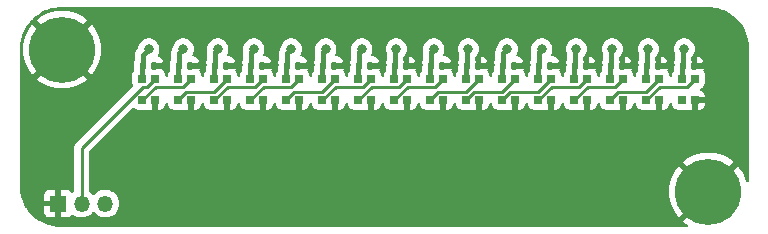
<source format=gbr>
%TF.GenerationSoftware,KiCad,Pcbnew,(7.99.0-267-g8440d7258b)*%
%TF.CreationDate,2023-05-05T01:06:14-07:00*%
%TF.ProjectId,1_2og_lightbar,315f326f-675f-46c6-9967-68746261722e,rev?*%
%TF.SameCoordinates,Original*%
%TF.FileFunction,Copper,L1,Top*%
%TF.FilePolarity,Positive*%
%FSLAX46Y46*%
G04 Gerber Fmt 4.6, Leading zero omitted, Abs format (unit mm)*
G04 Created by KiCad (PCBNEW (7.99.0-267-g8440d7258b)) date 2023-05-05 01:06:14*
%MOMM*%
%LPD*%
G01*
G04 APERTURE LIST*
G04 Aperture macros list*
%AMRoundRect*
0 Rectangle with rounded corners*
0 $1 Rounding radius*
0 $2 $3 $4 $5 $6 $7 $8 $9 X,Y pos of 4 corners*
0 Add a 4 corners polygon primitive as box body*
4,1,4,$2,$3,$4,$5,$6,$7,$8,$9,$2,$3,0*
0 Add four circle primitives for the rounded corners*
1,1,$1+$1,$2,$3*
1,1,$1+$1,$4,$5*
1,1,$1+$1,$6,$7*
1,1,$1+$1,$8,$9*
0 Add four rect primitives between the rounded corners*
20,1,$1+$1,$2,$3,$4,$5,0*
20,1,$1+$1,$4,$5,$6,$7,0*
20,1,$1+$1,$6,$7,$8,$9,0*
20,1,$1+$1,$8,$9,$2,$3,0*%
G04 Aperture macros list end*
%TA.AperFunction,SMDPad,CuDef*%
%ADD10RoundRect,0.140000X-0.140000X-0.170000X0.140000X-0.170000X0.140000X0.170000X-0.140000X0.170000X0*%
%TD*%
%TA.AperFunction,SMDPad,CuDef*%
%ADD11RoundRect,0.105000X0.245000X-0.245000X0.245000X0.245000X-0.245000X0.245000X-0.245000X-0.245000X0*%
%TD*%
%TA.AperFunction,ComponentPad*%
%ADD12C,3.600000*%
%TD*%
%TA.AperFunction,ConnectorPad*%
%ADD13C,5.600000*%
%TD*%
%TA.AperFunction,ComponentPad*%
%ADD14R,1.350000X1.350000*%
%TD*%
%TA.AperFunction,ComponentPad*%
%ADD15O,1.350000X1.350000*%
%TD*%
%TA.AperFunction,ViaPad*%
%ADD16C,0.800000*%
%TD*%
%TA.AperFunction,Conductor*%
%ADD17C,0.381000*%
%TD*%
%TA.AperFunction,Conductor*%
%ADD18C,0.250000*%
%TD*%
G04 APERTURE END LIST*
D10*
%TO.P,C14,1*%
%TO.N,+5V*%
X69370000Y-21742000D03*
%TO.P,C14,2*%
%TO.N,GND*%
X70330000Y-21742000D03*
%TD*%
%TO.P,C11,1*%
%TO.N,+5V*%
X60226000Y-21742000D03*
%TO.P,C11,2*%
%TO.N,GND*%
X61186000Y-21742000D03*
%TD*%
D11*
%TO.P,D3,1,DOUT*%
%TO.N,Net-(D3-DOUT)*%
X35772000Y-24664000D03*
%TO.P,D3,2,VSS*%
%TO.N,GND*%
X36872000Y-24664000D03*
%TO.P,D3,3,DIN*%
%TO.N,Net-(D2-DOUT)*%
X36872000Y-22834000D03*
%TO.P,D3,4,VDD*%
%TO.N,+5V*%
X35772000Y-22834000D03*
%TD*%
D10*
%TO.P,C4,1*%
%TO.N,+5V*%
X38890000Y-21742000D03*
%TO.P,C4,2*%
%TO.N,GND*%
X39850000Y-21742000D03*
%TD*%
D11*
%TO.P,D16,1,DOUT*%
%TO.N,unconnected-(D16-DOUT-Pad1)*%
X75396000Y-24664000D03*
%TO.P,D16,2,VSS*%
%TO.N,GND*%
X76496000Y-24664000D03*
%TO.P,D16,3,DIN*%
%TO.N,Net-(D15-DOUT)*%
X76496000Y-22834000D03*
%TO.P,D16,4,VDD*%
%TO.N,+5V*%
X75396000Y-22834000D03*
%TD*%
D12*
%TO.P,H2,1,1*%
%TO.N,GND*%
X77597000Y-32385000D03*
D13*
X77597000Y-32385000D03*
%TD*%
D11*
%TO.P,D11,1,DOUT*%
%TO.N,Net-(D11-DOUT)*%
X60156000Y-24664000D03*
%TO.P,D11,2,VSS*%
%TO.N,GND*%
X61256000Y-24664000D03*
%TO.P,D11,3,DIN*%
%TO.N,Net-(D10-DOUT)*%
X61256000Y-22834000D03*
%TO.P,D11,4,VDD*%
%TO.N,+5V*%
X60156000Y-22834000D03*
%TD*%
D10*
%TO.P,C7,1*%
%TO.N,+5V*%
X48034000Y-21742000D03*
%TO.P,C7,2*%
%TO.N,GND*%
X48994000Y-21742000D03*
%TD*%
%TO.P,C12,1*%
%TO.N,+5V*%
X63274000Y-21742000D03*
%TO.P,C12,2*%
%TO.N,GND*%
X64234000Y-21742000D03*
%TD*%
D11*
%TO.P,D4,1,DOUT*%
%TO.N,Net-(D4-DOUT)*%
X38820000Y-24664000D03*
%TO.P,D4,2,VSS*%
%TO.N,GND*%
X39920000Y-24664000D03*
%TO.P,D4,3,DIN*%
%TO.N,Net-(D3-DOUT)*%
X39920000Y-22834000D03*
%TO.P,D4,4,VDD*%
%TO.N,+5V*%
X38820000Y-22834000D03*
%TD*%
D10*
%TO.P,C1,1*%
%TO.N,+5V*%
X29746000Y-21742000D03*
%TO.P,C1,2*%
%TO.N,GND*%
X30706000Y-21742000D03*
%TD*%
%TO.P,C9,1*%
%TO.N,+5V*%
X54130000Y-21742000D03*
%TO.P,C9,2*%
%TO.N,GND*%
X55090000Y-21742000D03*
%TD*%
%TO.P,C10,1*%
%TO.N,+5V*%
X57178000Y-21742000D03*
%TO.P,C10,2*%
%TO.N,GND*%
X58138000Y-21742000D03*
%TD*%
D11*
%TO.P,D6,1,DOUT*%
%TO.N,Net-(D6-DOUT)*%
X44916000Y-24664000D03*
%TO.P,D6,2,VSS*%
%TO.N,GND*%
X46016000Y-24664000D03*
%TO.P,D6,3,DIN*%
%TO.N,Net-(D5-DOUT)*%
X46016000Y-22834000D03*
%TO.P,D6,4,VDD*%
%TO.N,+5V*%
X44916000Y-22834000D03*
%TD*%
D10*
%TO.P,C16,1*%
%TO.N,+5V*%
X75466000Y-21742000D03*
%TO.P,C16,2*%
%TO.N,GND*%
X76426000Y-21742000D03*
%TD*%
D11*
%TO.P,D12,1,DOUT*%
%TO.N,Net-(D12-DOUT)*%
X63204000Y-24664000D03*
%TO.P,D12,2,VSS*%
%TO.N,GND*%
X64304000Y-24664000D03*
%TO.P,D12,3,DIN*%
%TO.N,Net-(D11-DOUT)*%
X64304000Y-22834000D03*
%TO.P,D12,4,VDD*%
%TO.N,+5V*%
X63204000Y-22834000D03*
%TD*%
%TO.P,D10,1,DOUT*%
%TO.N,Net-(D10-DOUT)*%
X57108000Y-24664000D03*
%TO.P,D10,2,VSS*%
%TO.N,GND*%
X58208000Y-24664000D03*
%TO.P,D10,3,DIN*%
%TO.N,Net-(D10-DIN)*%
X58208000Y-22834000D03*
%TO.P,D10,4,VDD*%
%TO.N,+5V*%
X57108000Y-22834000D03*
%TD*%
%TO.P,D14,1,DOUT*%
%TO.N,Net-(D14-DOUT)*%
X69300000Y-24664000D03*
%TO.P,D14,2,VSS*%
%TO.N,GND*%
X70400000Y-24664000D03*
%TO.P,D14,3,DIN*%
%TO.N,Net-(D13-DOUT)*%
X70400000Y-22834000D03*
%TO.P,D14,4,VDD*%
%TO.N,+5V*%
X69300000Y-22834000D03*
%TD*%
D10*
%TO.P,C2,1*%
%TO.N,+5V*%
X32794000Y-21742000D03*
%TO.P,C2,2*%
%TO.N,GND*%
X33754000Y-21742000D03*
%TD*%
%TO.P,C3,1*%
%TO.N,+5V*%
X35842000Y-21742000D03*
%TO.P,C3,2*%
%TO.N,GND*%
X36802000Y-21742000D03*
%TD*%
D11*
%TO.P,D1,1,DOUT*%
%TO.N,Net-(D1-DOUT)*%
X29676000Y-24664000D03*
%TO.P,D1,2,VSS*%
%TO.N,GND*%
X30776000Y-24664000D03*
%TO.P,D1,3,DIN*%
%TO.N,LIGHTBAR_RGB_OUT*%
X30776000Y-22834000D03*
%TO.P,D1,4,VDD*%
%TO.N,+5V*%
X29676000Y-22834000D03*
%TD*%
D14*
%TO.P,J1,1,Pin_1*%
%TO.N,GND*%
X22542999Y-33400999D03*
D15*
%TO.P,J1,2,Pin_2*%
%TO.N,LIGHTBAR_RGB_OUT*%
X24542999Y-33400999D03*
%TO.P,J1,3,Pin_3*%
%TO.N,+5V*%
X26542999Y-33400999D03*
%TD*%
D10*
%TO.P,C8,1*%
%TO.N,+5V*%
X51082000Y-21742000D03*
%TO.P,C8,2*%
%TO.N,GND*%
X52042000Y-21742000D03*
%TD*%
D11*
%TO.P,D9,1,DOUT*%
%TO.N,Net-(D10-DIN)*%
X54060000Y-24664000D03*
%TO.P,D9,2,VSS*%
%TO.N,GND*%
X55160000Y-24664000D03*
%TO.P,D9,3,DIN*%
%TO.N,Net-(D8-DOUT)*%
X55160000Y-22834000D03*
%TO.P,D9,4,VDD*%
%TO.N,+5V*%
X54060000Y-22834000D03*
%TD*%
%TO.P,D13,1,DOUT*%
%TO.N,Net-(D13-DOUT)*%
X66252000Y-24664000D03*
%TO.P,D13,2,VSS*%
%TO.N,GND*%
X67352000Y-24664000D03*
%TO.P,D13,3,DIN*%
%TO.N,Net-(D12-DOUT)*%
X67352000Y-22834000D03*
%TO.P,D13,4,VDD*%
%TO.N,+5V*%
X66252000Y-22834000D03*
%TD*%
%TO.P,D2,1,DOUT*%
%TO.N,Net-(D2-DOUT)*%
X32724000Y-24664000D03*
%TO.P,D2,2,VSS*%
%TO.N,GND*%
X33824000Y-24664000D03*
%TO.P,D2,3,DIN*%
%TO.N,Net-(D1-DOUT)*%
X33824000Y-22834000D03*
%TO.P,D2,4,VDD*%
%TO.N,+5V*%
X32724000Y-22834000D03*
%TD*%
D10*
%TO.P,C6,1*%
%TO.N,+5V*%
X44986000Y-21742000D03*
%TO.P,C6,2*%
%TO.N,GND*%
X45946000Y-21742000D03*
%TD*%
D11*
%TO.P,D8,1,DOUT*%
%TO.N,Net-(D8-DOUT)*%
X51012000Y-24664000D03*
%TO.P,D8,2,VSS*%
%TO.N,GND*%
X52112000Y-24664000D03*
%TO.P,D8,3,DIN*%
%TO.N,Net-(D7-DOUT)*%
X52112000Y-22834000D03*
%TO.P,D8,4,VDD*%
%TO.N,+5V*%
X51012000Y-22834000D03*
%TD*%
D10*
%TO.P,C13,1*%
%TO.N,+5V*%
X66322000Y-21742000D03*
%TO.P,C13,2*%
%TO.N,GND*%
X67282000Y-21742000D03*
%TD*%
D11*
%TO.P,D7,1,DOUT*%
%TO.N,Net-(D7-DOUT)*%
X47964000Y-24664000D03*
%TO.P,D7,2,VSS*%
%TO.N,GND*%
X49064000Y-24664000D03*
%TO.P,D7,3,DIN*%
%TO.N,Net-(D6-DOUT)*%
X49064000Y-22834000D03*
%TO.P,D7,4,VDD*%
%TO.N,+5V*%
X47964000Y-22834000D03*
%TD*%
D10*
%TO.P,C5,1*%
%TO.N,+5V*%
X41938000Y-21742000D03*
%TO.P,C5,2*%
%TO.N,GND*%
X42898000Y-21742000D03*
%TD*%
%TO.P,C15,1*%
%TO.N,+5V*%
X72418000Y-21742000D03*
%TO.P,C15,2*%
%TO.N,GND*%
X73378000Y-21742000D03*
%TD*%
D12*
%TO.P,H1,1,1*%
%TO.N,GND*%
X22879961Y-20362871D03*
D13*
X22879961Y-20362871D03*
%TD*%
D11*
%TO.P,D5,1,DOUT*%
%TO.N,Net-(D5-DOUT)*%
X41868000Y-24664000D03*
%TO.P,D5,2,VSS*%
%TO.N,GND*%
X42968000Y-24664000D03*
%TO.P,D5,3,DIN*%
%TO.N,Net-(D4-DOUT)*%
X42968000Y-22834000D03*
%TO.P,D5,4,VDD*%
%TO.N,+5V*%
X41868000Y-22834000D03*
%TD*%
%TO.P,D15,1,DOUT*%
%TO.N,Net-(D15-DOUT)*%
X72348000Y-24664000D03*
%TO.P,D15,2,VSS*%
%TO.N,GND*%
X73448000Y-24664000D03*
%TO.P,D15,3,DIN*%
%TO.N,Net-(D14-DOUT)*%
X73448000Y-22834000D03*
%TO.P,D15,4,VDD*%
%TO.N,+5V*%
X72348000Y-22834000D03*
%TD*%
D16*
%TO.N,+5V*%
X57277000Y-20320000D03*
X45212000Y-20320000D03*
X42291000Y-20320000D03*
X63500000Y-20320000D03*
X36068000Y-20320000D03*
X51181000Y-20320000D03*
X39116000Y-20320000D03*
X48260000Y-20320000D03*
X30226000Y-20320000D03*
X33147000Y-20320000D03*
X54356000Y-20320000D03*
X72517000Y-20320000D03*
X60579000Y-20320000D03*
X66421000Y-20320000D03*
X69469000Y-20320000D03*
X75565000Y-20320000D03*
%TO.N,GND*%
X56035000Y-21692000D03*
X68227000Y-21692000D03*
X77371000Y-21692000D03*
X52987000Y-21692000D03*
X62131000Y-21692000D03*
X46891000Y-21692000D03*
X43843000Y-21692000D03*
X37747000Y-21692000D03*
X49939000Y-21692000D03*
X40795000Y-21692000D03*
X31623000Y-21717000D03*
X65179000Y-21692000D03*
X71275000Y-21692000D03*
X74323000Y-21692000D03*
X34699000Y-21692000D03*
X59083000Y-21692000D03*
%TD*%
D17*
%TO.N,+5V*%
X51012000Y-21812000D02*
X51082000Y-21742000D01*
X75396000Y-22834000D02*
X75396000Y-21812000D01*
X35772000Y-21812000D02*
X35842000Y-21742000D01*
X48034000Y-20546000D02*
X48260000Y-20320000D01*
X54060000Y-21812000D02*
X54130000Y-21742000D01*
X75466000Y-20419000D02*
X75565000Y-20320000D01*
X66252000Y-22834000D02*
X66252000Y-21812000D01*
X60226000Y-20673000D02*
X60579000Y-20320000D01*
X44916000Y-21812000D02*
X44986000Y-21742000D01*
X57108000Y-21812000D02*
X57178000Y-21742000D01*
X29746000Y-21742000D02*
X29746000Y-20800000D01*
X57178000Y-21742000D02*
X57178000Y-20419000D01*
X29676000Y-21812000D02*
X29746000Y-21742000D01*
X32794000Y-21742000D02*
X32794000Y-20673000D01*
X69300000Y-22834000D02*
X69300000Y-21812000D01*
X44986000Y-21742000D02*
X44986000Y-20546000D01*
X35842000Y-21742000D02*
X35842000Y-20546000D01*
X44916000Y-22834000D02*
X44916000Y-21812000D01*
X35842000Y-20546000D02*
X36068000Y-20320000D01*
X41868000Y-22834000D02*
X41868000Y-21812000D01*
X75466000Y-21742000D02*
X75466000Y-20419000D01*
X54060000Y-22834000D02*
X54060000Y-21812000D01*
X75396000Y-21812000D02*
X75466000Y-21742000D01*
X69370000Y-21742000D02*
X69370000Y-20419000D01*
X29676000Y-22834000D02*
X29676000Y-21812000D01*
X69300000Y-21812000D02*
X69370000Y-21742000D01*
X51012000Y-22834000D02*
X51012000Y-21812000D01*
X60156000Y-21812000D02*
X60226000Y-21742000D01*
X48034000Y-21742000D02*
X48034000Y-20546000D01*
X57108000Y-22834000D02*
X57108000Y-21812000D01*
X44986000Y-20546000D02*
X45212000Y-20320000D01*
X54130000Y-20546000D02*
X54356000Y-20320000D01*
X66252000Y-21812000D02*
X66322000Y-21742000D01*
X32794000Y-20673000D02*
X33147000Y-20320000D01*
X69370000Y-20419000D02*
X69469000Y-20320000D01*
X66322000Y-20419000D02*
X66421000Y-20320000D01*
X29746000Y-20800000D02*
X30226000Y-20320000D01*
X63204000Y-22834000D02*
X63204000Y-21812000D01*
X32724000Y-21812000D02*
X32794000Y-21742000D01*
X35772000Y-22834000D02*
X35772000Y-21812000D01*
X72348000Y-21812000D02*
X72418000Y-21742000D01*
X60156000Y-22834000D02*
X60156000Y-21812000D01*
X72348000Y-22834000D02*
X72348000Y-21812000D01*
X66322000Y-21742000D02*
X66322000Y-20419000D01*
X41938000Y-20673000D02*
X42291000Y-20320000D01*
X72418000Y-21742000D02*
X72418000Y-20419000D01*
X51082000Y-21742000D02*
X51082000Y-20419000D01*
X41938000Y-21742000D02*
X41938000Y-20673000D01*
X72418000Y-20419000D02*
X72517000Y-20320000D01*
X41868000Y-21812000D02*
X41938000Y-21742000D01*
X63274000Y-21742000D02*
X63274000Y-20546000D01*
X60226000Y-21742000D02*
X60226000Y-20673000D01*
X47964000Y-21812000D02*
X48034000Y-21742000D01*
X63204000Y-21812000D02*
X63274000Y-21742000D01*
X38890000Y-20546000D02*
X39116000Y-20320000D01*
X54130000Y-21742000D02*
X54130000Y-20546000D01*
X32724000Y-22834000D02*
X32724000Y-21812000D01*
X38820000Y-21812000D02*
X38890000Y-21742000D01*
X51082000Y-20419000D02*
X51181000Y-20320000D01*
X57178000Y-20419000D02*
X57277000Y-20320000D01*
X38890000Y-21742000D02*
X38890000Y-20546000D01*
X47964000Y-22834000D02*
X47964000Y-21812000D01*
X38820000Y-22834000D02*
X38820000Y-21812000D01*
X63274000Y-20546000D02*
X63500000Y-20320000D01*
%TO.N,GND*%
X67310000Y-21717000D02*
X68202000Y-21717000D01*
X55118000Y-21717000D02*
X56010000Y-21717000D01*
X33782000Y-21717000D02*
X34674000Y-21717000D01*
X39878000Y-21717000D02*
X40770000Y-21717000D01*
X64262000Y-21717000D02*
X65154000Y-21717000D01*
X36830000Y-21717000D02*
X37722000Y-21717000D01*
X73406000Y-21717000D02*
X74298000Y-21717000D01*
X45974000Y-21717000D02*
X46866000Y-21717000D01*
X61214000Y-21717000D02*
X62106000Y-21717000D01*
X52070000Y-21717000D02*
X52962000Y-21717000D01*
X30706000Y-21742000D02*
X31598000Y-21742000D01*
X76454000Y-21717000D02*
X77346000Y-21717000D01*
X58166000Y-21717000D02*
X59058000Y-21717000D01*
X49022000Y-21717000D02*
X49914000Y-21717000D01*
X31598000Y-21742000D02*
X31623000Y-21717000D01*
X70358000Y-21717000D02*
X71250000Y-21717000D01*
X42926000Y-21717000D02*
X43818000Y-21717000D01*
D18*
%TO.N,Net-(D1-DOUT)*%
X29676000Y-24664000D02*
X30831000Y-23509000D01*
X33149000Y-23509000D02*
X33824000Y-22834000D01*
X30831000Y-23509000D02*
X33149000Y-23509000D01*
%TO.N,LIGHTBAR_RGB_OUT*%
X30101000Y-23509000D02*
X30776000Y-22834000D01*
X29732888Y-23509000D02*
X30101000Y-23509000D01*
X24543000Y-28698888D02*
X29732888Y-23509000D01*
X24543000Y-33401000D02*
X24543000Y-28698888D01*
%TO.N,Net-(D2-DOUT)*%
X35717000Y-23989000D02*
X36872000Y-22834000D01*
X33399000Y-23989000D02*
X35717000Y-23989000D01*
X32724000Y-24664000D02*
X33399000Y-23989000D01*
%TO.N,Net-(D3-DOUT)*%
X36927000Y-23509000D02*
X39245000Y-23509000D01*
X35772000Y-24664000D02*
X36927000Y-23509000D01*
X39245000Y-23509000D02*
X39920000Y-22834000D01*
%TO.N,Net-(D4-DOUT)*%
X38820000Y-24664000D02*
X39975000Y-23509000D01*
X42293000Y-23509000D02*
X42968000Y-22834000D01*
X39975000Y-23509000D02*
X42293000Y-23509000D01*
%TO.N,Net-(D5-DOUT)*%
X41868000Y-24664000D02*
X42543000Y-23989000D01*
X42543000Y-23989000D02*
X44861000Y-23989000D01*
X44861000Y-23989000D02*
X46016000Y-22834000D01*
%TO.N,Net-(D6-DOUT)*%
X44917888Y-24664000D02*
X46072888Y-23509000D01*
X44916000Y-24664000D02*
X44917888Y-24664000D01*
X46072888Y-23509000D02*
X48389000Y-23509000D01*
X48389000Y-23509000D02*
X49064000Y-22834000D01*
%TO.N,Net-(D7-DOUT)*%
X51437000Y-23509000D02*
X52112000Y-22834000D01*
X47964000Y-24664000D02*
X49119000Y-23509000D01*
X49119000Y-23509000D02*
X51437000Y-23509000D01*
%TO.N,Net-(D8-DOUT)*%
X52167000Y-23509000D02*
X54485000Y-23509000D01*
X51012000Y-24664000D02*
X52167000Y-23509000D01*
X54485000Y-23509000D02*
X55160000Y-22834000D01*
%TO.N,Net-(D10-DIN)*%
X57053000Y-23989000D02*
X58208000Y-22834000D01*
X54735000Y-23989000D02*
X57053000Y-23989000D01*
X54060000Y-24664000D02*
X54735000Y-23989000D01*
%TO.N,Net-(D10-DOUT)*%
X57783000Y-23989000D02*
X60101000Y-23989000D01*
X60101000Y-23989000D02*
X61256000Y-22834000D01*
X57108000Y-24664000D02*
X57783000Y-23989000D01*
%TO.N,Net-(D11-DOUT)*%
X60831000Y-23989000D02*
X63149000Y-23989000D01*
X63149000Y-23989000D02*
X64304000Y-22834000D01*
X60156000Y-24664000D02*
X60831000Y-23989000D01*
%TO.N,Net-(D12-DOUT)*%
X64359000Y-23509000D02*
X66677000Y-23509000D01*
X66677000Y-23509000D02*
X67352000Y-22834000D01*
X63204000Y-24664000D02*
X64359000Y-23509000D01*
%TO.N,Net-(D13-DOUT)*%
X69725000Y-23509000D02*
X70400000Y-22834000D01*
X66252000Y-24664000D02*
X67407000Y-23509000D01*
X67407000Y-23509000D02*
X69725000Y-23509000D01*
%TO.N,Net-(D14-DOUT)*%
X69975000Y-23989000D02*
X72293000Y-23989000D01*
X69300000Y-24664000D02*
X69975000Y-23989000D01*
X72293000Y-23989000D02*
X73448000Y-22834000D01*
%TO.N,Net-(D15-DOUT)*%
X72348000Y-24664000D02*
X73503000Y-23509000D01*
X75821000Y-23509000D02*
X76496000Y-22834000D01*
X73503000Y-23509000D02*
X75821000Y-23509000D01*
%TD*%
%TA.AperFunction,Conductor*%
%TO.N,GND*%
G36*
X77600032Y-16764648D02*
G01*
X77749447Y-16771989D01*
X77933466Y-16781633D01*
X77945133Y-16782801D01*
X78108636Y-16807054D01*
X78109669Y-16807213D01*
X78277572Y-16833807D01*
X78288263Y-16835988D01*
X78451273Y-16876819D01*
X78452922Y-16877246D01*
X78614599Y-16920567D01*
X78624237Y-16923578D01*
X78783374Y-16980518D01*
X78786013Y-16981497D01*
X78806242Y-16989262D01*
X78941042Y-17041007D01*
X78949610Y-17044672D01*
X79102905Y-17117176D01*
X79106182Y-17118785D01*
X79131363Y-17131615D01*
X79253602Y-17193898D01*
X79261027Y-17198009D01*
X79344219Y-17247872D01*
X79406767Y-17285362D01*
X79410553Y-17287725D01*
X79549020Y-17377646D01*
X79555348Y-17382040D01*
X79692018Y-17483403D01*
X79696128Y-17486588D01*
X79824328Y-17590403D01*
X79829533Y-17594863D01*
X79925265Y-17681629D01*
X79955651Y-17709169D01*
X79960059Y-17713366D01*
X80076632Y-17829939D01*
X80080829Y-17834347D01*
X80195131Y-17960460D01*
X80199601Y-17965677D01*
X80303400Y-18093858D01*
X80306607Y-18097994D01*
X80340416Y-18143580D01*
X80407955Y-18234646D01*
X80412352Y-18240978D01*
X80502273Y-18379445D01*
X80504636Y-18383231D01*
X80591978Y-18528951D01*
X80596105Y-18536406D01*
X80671213Y-18683816D01*
X80672822Y-18687093D01*
X80745326Y-18840388D01*
X80748996Y-18848968D01*
X80808501Y-19003985D01*
X80809488Y-19006647D01*
X80866414Y-19165743D01*
X80869438Y-19175424D01*
X80912708Y-19336909D01*
X80913217Y-19338874D01*
X80954006Y-19501715D01*
X80956195Y-19512446D01*
X80982771Y-19680242D01*
X80982956Y-19681445D01*
X81007195Y-19844846D01*
X81008367Y-19856552D01*
X81017989Y-20040170D01*
X81017886Y-20040175D01*
X81018011Y-20040574D01*
X81025351Y-20189967D01*
X81025500Y-20196052D01*
X81025500Y-31488086D01*
X81011575Y-31545177D01*
X80972929Y-31589446D01*
X80918240Y-31610951D01*
X80859791Y-31604861D01*
X80810710Y-31572545D01*
X80782020Y-31521259D01*
X80728850Y-31329758D01*
X80596398Y-30997329D01*
X80428781Y-30681170D01*
X80227968Y-30384995D01*
X80100557Y-30234995D01*
X80100556Y-30234994D01*
X77597000Y-32738553D01*
X75444255Y-34891295D01*
X75444256Y-34891296D01*
X75457485Y-34903828D01*
X75742363Y-35120386D01*
X75798646Y-35154250D01*
X75842988Y-35200057D01*
X75858710Y-35261843D01*
X75841654Y-35323274D01*
X75796329Y-35368110D01*
X75734717Y-35384500D01*
X22910993Y-35384500D01*
X22905420Y-35383408D01*
X22862967Y-35384428D01*
X22857032Y-35384429D01*
X22707480Y-35380859D01*
X22707073Y-35380848D01*
X22519091Y-35375744D01*
X22507361Y-35374868D01*
X22342135Y-35354603D01*
X22340929Y-35354449D01*
X22169684Y-35331738D01*
X22158899Y-35329819D01*
X21993470Y-35292788D01*
X21991495Y-35292329D01*
X21826595Y-35252574D01*
X21816840Y-35249796D01*
X21654640Y-35196334D01*
X21651953Y-35195414D01*
X21493296Y-35139059D01*
X21484627Y-35135607D01*
X21327873Y-35066250D01*
X21324555Y-35064723D01*
X21173248Y-34992375D01*
X21165693Y-34988438D01*
X21016165Y-34903866D01*
X21012351Y-34901618D01*
X20913583Y-34840962D01*
X20869728Y-34814030D01*
X20863289Y-34809794D01*
X20722595Y-34710849D01*
X20718346Y-34707724D01*
X20682234Y-34679959D01*
X20585806Y-34605821D01*
X20580514Y-34601512D01*
X20450121Y-34489189D01*
X20445611Y-34485106D01*
X20324498Y-34369955D01*
X20320202Y-34365666D01*
X20201454Y-34241110D01*
X20196835Y-34235987D01*
X20088381Y-34108756D01*
X20085046Y-34104670D01*
X20020807Y-34022471D01*
X19979151Y-33969168D01*
X19974612Y-33962972D01*
X19879948Y-33824952D01*
X19877490Y-33821227D01*
X19846695Y-33772670D01*
X19785477Y-33676141D01*
X19781179Y-33668819D01*
X19771526Y-33651000D01*
X21368000Y-33651000D01*
X21368000Y-34123824D01*
X21374402Y-34183375D01*
X21424647Y-34318089D01*
X21510811Y-34433188D01*
X21625910Y-34519352D01*
X21760624Y-34569597D01*
X21820176Y-34576000D01*
X22293000Y-34576000D01*
X22793000Y-34576000D01*
X23265824Y-34576000D01*
X23325375Y-34569597D01*
X23460089Y-34519352D01*
X23575188Y-34433188D01*
X23637413Y-34350068D01*
X23691562Y-34308878D01*
X23759293Y-34302458D01*
X23820217Y-34332741D01*
X23825496Y-34337553D01*
X23831568Y-34343088D01*
X23868014Y-34365654D01*
X24016791Y-34457773D01*
X24175745Y-34519352D01*
X24219931Y-34536470D01*
X24434074Y-34576500D01*
X24651924Y-34576500D01*
X24651926Y-34576500D01*
X24866069Y-34536470D01*
X25001496Y-34484004D01*
X25069208Y-34457773D01*
X25069210Y-34457772D01*
X25254432Y-34343088D01*
X25415427Y-34196322D01*
X25444045Y-34158424D01*
X25487728Y-34122150D01*
X25543000Y-34109150D01*
X25598272Y-34122150D01*
X25641955Y-34158425D01*
X25670572Y-34196322D01*
X25719703Y-34241110D01*
X25831568Y-34343088D01*
X25868014Y-34365654D01*
X26016791Y-34457773D01*
X26175745Y-34519352D01*
X26219931Y-34536470D01*
X26434074Y-34576500D01*
X26651924Y-34576500D01*
X26651926Y-34576500D01*
X26866069Y-34536470D01*
X27001496Y-34484004D01*
X27069208Y-34457773D01*
X27069210Y-34457772D01*
X27254432Y-34343088D01*
X27415427Y-34196322D01*
X27546712Y-34022472D01*
X27643817Y-33827459D01*
X27643818Y-33827457D01*
X27703435Y-33617925D01*
X27706577Y-33584008D01*
X27723536Y-33401000D01*
X27704998Y-33200941D01*
X27703435Y-33184074D01*
X27643818Y-32974542D01*
X27546712Y-32779528D01*
X27415426Y-32605676D01*
X27254432Y-32458912D01*
X27135060Y-32385000D01*
X74292152Y-32385000D01*
X74311525Y-32742310D01*
X74369419Y-33095451D01*
X74465149Y-33440241D01*
X74597601Y-33772670D01*
X74765218Y-34088829D01*
X74966031Y-34385004D01*
X75093441Y-34535003D01*
X75093442Y-34535004D01*
X77243447Y-32385001D01*
X77243447Y-32384999D01*
X75093442Y-30234994D01*
X75093441Y-30234995D01*
X74966030Y-30384995D01*
X74765218Y-30681170D01*
X74597601Y-30997329D01*
X74465149Y-31329758D01*
X74369419Y-31674548D01*
X74311525Y-32027689D01*
X74292152Y-32385000D01*
X27135060Y-32385000D01*
X27069208Y-32344226D01*
X26866073Y-32265531D01*
X26866070Y-32265530D01*
X26866069Y-32265530D01*
X26651926Y-32225500D01*
X26434074Y-32225500D01*
X26219931Y-32265530D01*
X26219926Y-32265531D01*
X26016791Y-32344226D01*
X25831567Y-32458911D01*
X25670573Y-32605677D01*
X25648244Y-32635245D01*
X25641955Y-32643575D01*
X25641953Y-32643577D01*
X25598271Y-32679850D01*
X25542999Y-32692849D01*
X25487728Y-32679849D01*
X25444046Y-32643575D01*
X25415428Y-32605678D01*
X25254432Y-32458912D01*
X25227221Y-32442063D01*
X25184170Y-32396975D01*
X25168500Y-32336637D01*
X25168500Y-29878703D01*
X75444255Y-29878703D01*
X77597000Y-32031447D01*
X77597001Y-32031447D01*
X79749743Y-29878703D01*
X79749742Y-29878702D01*
X79736514Y-29866171D01*
X79451636Y-29649613D01*
X79145015Y-29465126D01*
X78820253Y-29314875D01*
X78481140Y-29200614D01*
X78131664Y-29123689D01*
X77775922Y-29085000D01*
X77418078Y-29085000D01*
X77062335Y-29123689D01*
X76712859Y-29200614D01*
X76373746Y-29314875D01*
X76048984Y-29465126D01*
X75742363Y-29649613D01*
X75457486Y-29866170D01*
X75444256Y-29878702D01*
X75444255Y-29878703D01*
X25168500Y-29878703D01*
X25168500Y-29009340D01*
X25177939Y-28961887D01*
X25204819Y-28921659D01*
X25928391Y-28198087D01*
X28806466Y-25320010D01*
X28867306Y-25286632D01*
X28936555Y-25291171D01*
X28992520Y-25332205D01*
X28999152Y-25340848D01*
X29125637Y-25437903D01*
X29272933Y-25498915D01*
X29391312Y-25514500D01*
X29960688Y-25514500D01*
X30079067Y-25498915D01*
X30179202Y-25457437D01*
X30226653Y-25447999D01*
X30274106Y-25457438D01*
X30373064Y-25498427D01*
X30491343Y-25514000D01*
X30526000Y-25514000D01*
X30526000Y-24960613D01*
X30526500Y-24952986D01*
X30526500Y-24749452D01*
X30535939Y-24701999D01*
X30562819Y-24661771D01*
X30774271Y-24450319D01*
X30814499Y-24423439D01*
X30861952Y-24414000D01*
X30902000Y-24414000D01*
X30964000Y-24430613D01*
X31009387Y-24476000D01*
X31026000Y-24538000D01*
X31026000Y-25513999D01*
X31060659Y-25513999D01*
X31178935Y-25498428D01*
X31326111Y-25437466D01*
X31452491Y-25340491D01*
X31549467Y-25214111D01*
X31610427Y-25066937D01*
X31626808Y-24942513D01*
X31648172Y-24887575D01*
X31692490Y-24848709D01*
X31749746Y-24834698D01*
X31807003Y-24848708D01*
X31851321Y-24887574D01*
X31872686Y-24942512D01*
X31889085Y-25067066D01*
X31950097Y-25214363D01*
X32047151Y-25340848D01*
X32144205Y-25415319D01*
X32173637Y-25437903D01*
X32320933Y-25498915D01*
X32439312Y-25514500D01*
X33008688Y-25514500D01*
X33127067Y-25498915D01*
X33227202Y-25457437D01*
X33274653Y-25447999D01*
X33322106Y-25457438D01*
X33421064Y-25498427D01*
X33539343Y-25514000D01*
X33574000Y-25514000D01*
X33574000Y-24960613D01*
X33574500Y-24952986D01*
X33574500Y-24749453D01*
X33583939Y-24702000D01*
X33610819Y-24661772D01*
X33621772Y-24650819D01*
X33662000Y-24623939D01*
X33709453Y-24614500D01*
X33950000Y-24614500D01*
X34012000Y-24631113D01*
X34057387Y-24676500D01*
X34074000Y-24738500D01*
X34074000Y-25513999D01*
X34108659Y-25513999D01*
X34226935Y-25498428D01*
X34374111Y-25437466D01*
X34500491Y-25340491D01*
X34597467Y-25214111D01*
X34658427Y-25066937D01*
X34674808Y-24942513D01*
X34696172Y-24887575D01*
X34740490Y-24848709D01*
X34797746Y-24834698D01*
X34855003Y-24848708D01*
X34899321Y-24887574D01*
X34920686Y-24942512D01*
X34937085Y-25067066D01*
X34998097Y-25214363D01*
X35095151Y-25340848D01*
X35192205Y-25415319D01*
X35221637Y-25437903D01*
X35368933Y-25498915D01*
X35487312Y-25514500D01*
X36056688Y-25514500D01*
X36175067Y-25498915D01*
X36275202Y-25457437D01*
X36322653Y-25447999D01*
X36370106Y-25457438D01*
X36469064Y-25498427D01*
X36587343Y-25514000D01*
X36622000Y-25514000D01*
X36622000Y-24960613D01*
X36622500Y-24952986D01*
X36622500Y-24749452D01*
X36631939Y-24701999D01*
X36658819Y-24661771D01*
X36870271Y-24450319D01*
X36910499Y-24423439D01*
X36957952Y-24414000D01*
X36998000Y-24414000D01*
X37060000Y-24430613D01*
X37105387Y-24476000D01*
X37122000Y-24538000D01*
X37122000Y-25513999D01*
X37156659Y-25513999D01*
X37274935Y-25498428D01*
X37422111Y-25437466D01*
X37548491Y-25340491D01*
X37645467Y-25214111D01*
X37706427Y-25066937D01*
X37722808Y-24942513D01*
X37744172Y-24887575D01*
X37788490Y-24848709D01*
X37845746Y-24834698D01*
X37903003Y-24848708D01*
X37947321Y-24887574D01*
X37968686Y-24942512D01*
X37985085Y-25067066D01*
X38046097Y-25214363D01*
X38143151Y-25340848D01*
X38240205Y-25415319D01*
X38269637Y-25437903D01*
X38416933Y-25498915D01*
X38535312Y-25514500D01*
X39104688Y-25514500D01*
X39223067Y-25498915D01*
X39323202Y-25457437D01*
X39370653Y-25447999D01*
X39418106Y-25457438D01*
X39517064Y-25498427D01*
X39635343Y-25514000D01*
X39670000Y-25514000D01*
X39670000Y-24960613D01*
X39670500Y-24952986D01*
X39670500Y-24749452D01*
X39679939Y-24701999D01*
X39706819Y-24661771D01*
X39918271Y-24450319D01*
X39958499Y-24423439D01*
X40005952Y-24414000D01*
X40046000Y-24414000D01*
X40108000Y-24430613D01*
X40153387Y-24476000D01*
X40170000Y-24538000D01*
X40170000Y-25513999D01*
X40204659Y-25513999D01*
X40322935Y-25498428D01*
X40470111Y-25437466D01*
X40596491Y-25340491D01*
X40693467Y-25214111D01*
X40754427Y-25066937D01*
X40770808Y-24942513D01*
X40792172Y-24887575D01*
X40836490Y-24848709D01*
X40893746Y-24834698D01*
X40951003Y-24848708D01*
X40995321Y-24887574D01*
X41016686Y-24942512D01*
X41033085Y-25067066D01*
X41094097Y-25214363D01*
X41191151Y-25340848D01*
X41288205Y-25415319D01*
X41317637Y-25437903D01*
X41464933Y-25498915D01*
X41583312Y-25514500D01*
X42152688Y-25514500D01*
X42271067Y-25498915D01*
X42371202Y-25457437D01*
X42418653Y-25447999D01*
X42466106Y-25457438D01*
X42565064Y-25498427D01*
X42683343Y-25514000D01*
X42718000Y-25514000D01*
X42718000Y-24960613D01*
X42718500Y-24952986D01*
X42718500Y-24749453D01*
X42727939Y-24702000D01*
X42754819Y-24661772D01*
X42765772Y-24650819D01*
X42806000Y-24623939D01*
X42853453Y-24614500D01*
X43094000Y-24614500D01*
X43156000Y-24631113D01*
X43201387Y-24676500D01*
X43218000Y-24738500D01*
X43218000Y-25513999D01*
X43252659Y-25513999D01*
X43370935Y-25498428D01*
X43518111Y-25437466D01*
X43644491Y-25340491D01*
X43741467Y-25214111D01*
X43802427Y-25066937D01*
X43818808Y-24942513D01*
X43840172Y-24887575D01*
X43884490Y-24848709D01*
X43941746Y-24834698D01*
X43999003Y-24848708D01*
X44043321Y-24887574D01*
X44064686Y-24942512D01*
X44081085Y-25067066D01*
X44142097Y-25214363D01*
X44239151Y-25340848D01*
X44336205Y-25415319D01*
X44365637Y-25437903D01*
X44512933Y-25498915D01*
X44631312Y-25514500D01*
X45200688Y-25514500D01*
X45319067Y-25498915D01*
X45419202Y-25457437D01*
X45466653Y-25447999D01*
X45514106Y-25457438D01*
X45613064Y-25498427D01*
X45731343Y-25514000D01*
X45766000Y-25514000D01*
X45766000Y-24960613D01*
X45766500Y-24952986D01*
X45766500Y-24751340D01*
X45775939Y-24703887D01*
X45802819Y-24663659D01*
X46016159Y-24450319D01*
X46056387Y-24423439D01*
X46103840Y-24414000D01*
X46142000Y-24414000D01*
X46204000Y-24430613D01*
X46249387Y-24476000D01*
X46266000Y-24538000D01*
X46266000Y-25513999D01*
X46300659Y-25513999D01*
X46418935Y-25498428D01*
X46566111Y-25437466D01*
X46692491Y-25340491D01*
X46789467Y-25214111D01*
X46850427Y-25066937D01*
X46866808Y-24942513D01*
X46888172Y-24887575D01*
X46932490Y-24848709D01*
X46989746Y-24834698D01*
X47047003Y-24848708D01*
X47091321Y-24887574D01*
X47112686Y-24942512D01*
X47129085Y-25067066D01*
X47190097Y-25214363D01*
X47287151Y-25340848D01*
X47384205Y-25415319D01*
X47413637Y-25437903D01*
X47560933Y-25498915D01*
X47679312Y-25514500D01*
X48248688Y-25514500D01*
X48367067Y-25498915D01*
X48467202Y-25457437D01*
X48514653Y-25447999D01*
X48562106Y-25457438D01*
X48661064Y-25498427D01*
X48779343Y-25514000D01*
X48814000Y-25514000D01*
X48814000Y-24960613D01*
X48814500Y-24952986D01*
X48814500Y-24749452D01*
X48823939Y-24701999D01*
X48850819Y-24661771D01*
X49062271Y-24450319D01*
X49102499Y-24423439D01*
X49149952Y-24414000D01*
X49190000Y-24414000D01*
X49252000Y-24430613D01*
X49297387Y-24476000D01*
X49314000Y-24538000D01*
X49314000Y-25513999D01*
X49348659Y-25513999D01*
X49466935Y-25498428D01*
X49614111Y-25437466D01*
X49740491Y-25340491D01*
X49837467Y-25214111D01*
X49898427Y-25066937D01*
X49914808Y-24942513D01*
X49936172Y-24887575D01*
X49980490Y-24848709D01*
X50037746Y-24834698D01*
X50095003Y-24848708D01*
X50139321Y-24887574D01*
X50160686Y-24942512D01*
X50177085Y-25067066D01*
X50238097Y-25214363D01*
X50335151Y-25340848D01*
X50432205Y-25415319D01*
X50461637Y-25437903D01*
X50608933Y-25498915D01*
X50727312Y-25514500D01*
X51296688Y-25514500D01*
X51415067Y-25498915D01*
X51515202Y-25457437D01*
X51562653Y-25447999D01*
X51610106Y-25457438D01*
X51709064Y-25498427D01*
X51827343Y-25514000D01*
X51862000Y-25514000D01*
X51862000Y-24960613D01*
X51862500Y-24952986D01*
X51862500Y-24749452D01*
X51871939Y-24701999D01*
X51898819Y-24661771D01*
X52110271Y-24450319D01*
X52150499Y-24423439D01*
X52197952Y-24414000D01*
X52238000Y-24414000D01*
X52300000Y-24430613D01*
X52345387Y-24476000D01*
X52362000Y-24538000D01*
X52362000Y-25513999D01*
X52396659Y-25513999D01*
X52514935Y-25498428D01*
X52662111Y-25437466D01*
X52788491Y-25340491D01*
X52885467Y-25214111D01*
X52946427Y-25066937D01*
X52962808Y-24942513D01*
X52984172Y-24887575D01*
X53028490Y-24848709D01*
X53085746Y-24834698D01*
X53143003Y-24848708D01*
X53187321Y-24887574D01*
X53208686Y-24942512D01*
X53225085Y-25067066D01*
X53286097Y-25214363D01*
X53383151Y-25340848D01*
X53480205Y-25415319D01*
X53509637Y-25437903D01*
X53656933Y-25498915D01*
X53775312Y-25514500D01*
X54344688Y-25514500D01*
X54463067Y-25498915D01*
X54563202Y-25457437D01*
X54610653Y-25447999D01*
X54658106Y-25457438D01*
X54757064Y-25498427D01*
X54875343Y-25514000D01*
X54910000Y-25514000D01*
X54910000Y-24960613D01*
X54910500Y-24952986D01*
X54910500Y-24749453D01*
X54919939Y-24702000D01*
X54946819Y-24661772D01*
X54957772Y-24650819D01*
X54998000Y-24623939D01*
X55045453Y-24614500D01*
X55286000Y-24614500D01*
X55348000Y-24631113D01*
X55393387Y-24676500D01*
X55410000Y-24738500D01*
X55410000Y-25513999D01*
X55444659Y-25513999D01*
X55562935Y-25498428D01*
X55710111Y-25437466D01*
X55836491Y-25340491D01*
X55933467Y-25214111D01*
X55994427Y-25066937D01*
X56010808Y-24942513D01*
X56032172Y-24887575D01*
X56076490Y-24848709D01*
X56133746Y-24834698D01*
X56191003Y-24848708D01*
X56235321Y-24887574D01*
X56256686Y-24942512D01*
X56273085Y-25067066D01*
X56334097Y-25214363D01*
X56431151Y-25340848D01*
X56528205Y-25415319D01*
X56557637Y-25437903D01*
X56704933Y-25498915D01*
X56823312Y-25514500D01*
X57392688Y-25514500D01*
X57511067Y-25498915D01*
X57611202Y-25457437D01*
X57658653Y-25447999D01*
X57706106Y-25457438D01*
X57805064Y-25498427D01*
X57923343Y-25514000D01*
X57958000Y-25514000D01*
X57958000Y-24960613D01*
X57958500Y-24952986D01*
X57958500Y-24749453D01*
X57967939Y-24702000D01*
X57994819Y-24661772D01*
X58005772Y-24650819D01*
X58046000Y-24623939D01*
X58093453Y-24614500D01*
X58334000Y-24614500D01*
X58396000Y-24631113D01*
X58441387Y-24676500D01*
X58458000Y-24738500D01*
X58458000Y-25513999D01*
X58492659Y-25513999D01*
X58610935Y-25498428D01*
X58758111Y-25437466D01*
X58884491Y-25340491D01*
X58981467Y-25214111D01*
X59042427Y-25066937D01*
X59058808Y-24942513D01*
X59080172Y-24887575D01*
X59124490Y-24848709D01*
X59181746Y-24834698D01*
X59239003Y-24848708D01*
X59283321Y-24887574D01*
X59304686Y-24942512D01*
X59321085Y-25067066D01*
X59382097Y-25214363D01*
X59479151Y-25340848D01*
X59576205Y-25415319D01*
X59605637Y-25437903D01*
X59752933Y-25498915D01*
X59871312Y-25514500D01*
X60440688Y-25514500D01*
X60559067Y-25498915D01*
X60659202Y-25457437D01*
X60706653Y-25447999D01*
X60754106Y-25457438D01*
X60853064Y-25498427D01*
X60971343Y-25514000D01*
X61006000Y-25514000D01*
X61006000Y-24960613D01*
X61006500Y-24952986D01*
X61006500Y-24749453D01*
X61015939Y-24702000D01*
X61042819Y-24661772D01*
X61053772Y-24650819D01*
X61094000Y-24623939D01*
X61141453Y-24614500D01*
X61382000Y-24614500D01*
X61444000Y-24631113D01*
X61489387Y-24676500D01*
X61506000Y-24738500D01*
X61506000Y-25513999D01*
X61540659Y-25513999D01*
X61658935Y-25498428D01*
X61806111Y-25437466D01*
X61932491Y-25340491D01*
X62029467Y-25214111D01*
X62090427Y-25066937D01*
X62106808Y-24942513D01*
X62128172Y-24887575D01*
X62172490Y-24848709D01*
X62229746Y-24834698D01*
X62287003Y-24848708D01*
X62331321Y-24887574D01*
X62352686Y-24942512D01*
X62369085Y-25067066D01*
X62430097Y-25214363D01*
X62527151Y-25340848D01*
X62624205Y-25415319D01*
X62653637Y-25437903D01*
X62800933Y-25498915D01*
X62919312Y-25514500D01*
X63488688Y-25514500D01*
X63607067Y-25498915D01*
X63707202Y-25457437D01*
X63754653Y-25447999D01*
X63802106Y-25457438D01*
X63901064Y-25498427D01*
X64019343Y-25514000D01*
X64054000Y-25514000D01*
X64054000Y-24960613D01*
X64054500Y-24952986D01*
X64054500Y-24749452D01*
X64063939Y-24701999D01*
X64090819Y-24661771D01*
X64302271Y-24450319D01*
X64342499Y-24423439D01*
X64389952Y-24414000D01*
X64430000Y-24414000D01*
X64492000Y-24430613D01*
X64537387Y-24476000D01*
X64554000Y-24538000D01*
X64554000Y-25513999D01*
X64588659Y-25513999D01*
X64706935Y-25498428D01*
X64854111Y-25437466D01*
X64980491Y-25340491D01*
X65077467Y-25214111D01*
X65138427Y-25066937D01*
X65154808Y-24942513D01*
X65176172Y-24887575D01*
X65220490Y-24848709D01*
X65277746Y-24834698D01*
X65335003Y-24848708D01*
X65379321Y-24887574D01*
X65400686Y-24942512D01*
X65417085Y-25067066D01*
X65478097Y-25214363D01*
X65575151Y-25340848D01*
X65672205Y-25415319D01*
X65701637Y-25437903D01*
X65848933Y-25498915D01*
X65967312Y-25514500D01*
X66536688Y-25514500D01*
X66655067Y-25498915D01*
X66755202Y-25457437D01*
X66802653Y-25447999D01*
X66850106Y-25457438D01*
X66949064Y-25498427D01*
X67067343Y-25514000D01*
X67102000Y-25514000D01*
X67102000Y-24960613D01*
X67102500Y-24952986D01*
X67102500Y-24749452D01*
X67111939Y-24701999D01*
X67138819Y-24661771D01*
X67350271Y-24450319D01*
X67390499Y-24423439D01*
X67437952Y-24414000D01*
X67478000Y-24414000D01*
X67540000Y-24430613D01*
X67585387Y-24476000D01*
X67602000Y-24538000D01*
X67602000Y-25513999D01*
X67636659Y-25513999D01*
X67754935Y-25498428D01*
X67902111Y-25437466D01*
X68028491Y-25340491D01*
X68125467Y-25214111D01*
X68186427Y-25066937D01*
X68202808Y-24942513D01*
X68224172Y-24887575D01*
X68268490Y-24848709D01*
X68325746Y-24834698D01*
X68383003Y-24848708D01*
X68427321Y-24887574D01*
X68448686Y-24942512D01*
X68465085Y-25067066D01*
X68526097Y-25214363D01*
X68623151Y-25340848D01*
X68720205Y-25415319D01*
X68749637Y-25437903D01*
X68896933Y-25498915D01*
X69015312Y-25514500D01*
X69584688Y-25514500D01*
X69703067Y-25498915D01*
X69803202Y-25457437D01*
X69850653Y-25447999D01*
X69898106Y-25457438D01*
X69997064Y-25498427D01*
X70115343Y-25514000D01*
X70150000Y-25514000D01*
X70150000Y-24960613D01*
X70150500Y-24952986D01*
X70150500Y-24749453D01*
X70159939Y-24702000D01*
X70186819Y-24661772D01*
X70197772Y-24650819D01*
X70238000Y-24623939D01*
X70285453Y-24614500D01*
X70526000Y-24614500D01*
X70588000Y-24631113D01*
X70633387Y-24676500D01*
X70650000Y-24738500D01*
X70650000Y-25513999D01*
X70684659Y-25513999D01*
X70802935Y-25498428D01*
X70950111Y-25437466D01*
X71076491Y-25340491D01*
X71173467Y-25214111D01*
X71234427Y-25066937D01*
X71250808Y-24942513D01*
X71272172Y-24887575D01*
X71316490Y-24848709D01*
X71373746Y-24834698D01*
X71431003Y-24848708D01*
X71475321Y-24887574D01*
X71496686Y-24942512D01*
X71513085Y-25067066D01*
X71574097Y-25214363D01*
X71671151Y-25340848D01*
X71768205Y-25415319D01*
X71797637Y-25437903D01*
X71944933Y-25498915D01*
X72063312Y-25514500D01*
X72632688Y-25514500D01*
X72751067Y-25498915D01*
X72851202Y-25457437D01*
X72898653Y-25447999D01*
X72946106Y-25457438D01*
X73045064Y-25498427D01*
X73163343Y-25514000D01*
X73198000Y-25514000D01*
X73198000Y-24960613D01*
X73198500Y-24952986D01*
X73198500Y-24749452D01*
X73207939Y-24701999D01*
X73234819Y-24661771D01*
X73446271Y-24450319D01*
X73486499Y-24423439D01*
X73533952Y-24414000D01*
X73574000Y-24414000D01*
X73636000Y-24430613D01*
X73681387Y-24476000D01*
X73698000Y-24538000D01*
X73698000Y-25513999D01*
X73732659Y-25513999D01*
X73850935Y-25498428D01*
X73998111Y-25437466D01*
X74124491Y-25340491D01*
X74221467Y-25214111D01*
X74282427Y-25066937D01*
X74298808Y-24942513D01*
X74320172Y-24887575D01*
X74364490Y-24848709D01*
X74421746Y-24834698D01*
X74479003Y-24848708D01*
X74523321Y-24887574D01*
X74544686Y-24942512D01*
X74561085Y-25067066D01*
X74622097Y-25214363D01*
X74719151Y-25340848D01*
X74816205Y-25415319D01*
X74845637Y-25437903D01*
X74992933Y-25498915D01*
X75111312Y-25514500D01*
X75680688Y-25514500D01*
X75799067Y-25498915D01*
X75899202Y-25457437D01*
X75946653Y-25447999D01*
X75994106Y-25457438D01*
X76093064Y-25498427D01*
X76211343Y-25514000D01*
X76246000Y-25514000D01*
X76246000Y-24960613D01*
X76246500Y-24952986D01*
X76246500Y-24914000D01*
X76746000Y-24914000D01*
X76746000Y-25513999D01*
X76780659Y-25513999D01*
X76898935Y-25498428D01*
X77046111Y-25437466D01*
X77172491Y-25340491D01*
X77269467Y-25214111D01*
X77330427Y-25066937D01*
X77346000Y-24948657D01*
X77346000Y-24914000D01*
X76746000Y-24914000D01*
X76246500Y-24914000D01*
X76246500Y-24538000D01*
X76263113Y-24476000D01*
X76308500Y-24430613D01*
X76370500Y-24414000D01*
X77345999Y-24414000D01*
X77345999Y-24379341D01*
X77330428Y-24261064D01*
X77269466Y-24113888D01*
X77172491Y-23987508D01*
X77046110Y-23890532D01*
X76981647Y-23863831D01*
X76934809Y-23829802D01*
X76908525Y-23778217D01*
X76908525Y-23720322D01*
X76934809Y-23668738D01*
X76981646Y-23634709D01*
X77046363Y-23607903D01*
X77172848Y-23510848D01*
X77269903Y-23384363D01*
X77330915Y-23237067D01*
X77346500Y-23118688D01*
X77346500Y-22549312D01*
X77330915Y-22430933D01*
X77269903Y-22283637D01*
X77202641Y-22195979D01*
X77179153Y-22143409D01*
X77181941Y-22085897D01*
X77203144Y-22012915D01*
X77204790Y-21992000D01*
X76853377Y-21992000D01*
X76837193Y-21990939D01*
X76804039Y-21986574D01*
X76780689Y-21983500D01*
X76780688Y-21983500D01*
X76370500Y-21983500D01*
X76308500Y-21966887D01*
X76263113Y-21921500D01*
X76246500Y-21859500D01*
X76246500Y-21507312D01*
X76245295Y-21492000D01*
X76243643Y-21471007D01*
X76198494Y-21315605D01*
X76193267Y-21306766D01*
X76176000Y-21243647D01*
X76176000Y-21034791D01*
X76184236Y-20990353D01*
X76207850Y-20951819D01*
X76220746Y-20937496D01*
X76676000Y-20937496D01*
X76676000Y-21492000D01*
X77204790Y-21492000D01*
X77203145Y-21471084D01*
X77158032Y-21315805D01*
X77075718Y-21176620D01*
X76961379Y-21062281D01*
X76822196Y-20979968D01*
X76676000Y-20937496D01*
X76220746Y-20937496D01*
X76257057Y-20897169D01*
X76297533Y-20852216D01*
X76392179Y-20688284D01*
X76450674Y-20508256D01*
X76470460Y-20320000D01*
X76450674Y-20131744D01*
X76409674Y-20005560D01*
X76392179Y-19951715D01*
X76297533Y-19787783D01*
X76170870Y-19647110D01*
X76017730Y-19535848D01*
X75844802Y-19458855D01*
X75659648Y-19419500D01*
X75659646Y-19419500D01*
X75470354Y-19419500D01*
X75470352Y-19419500D01*
X75285197Y-19458855D01*
X75112269Y-19535848D01*
X74959129Y-19647110D01*
X74832466Y-19787783D01*
X74737820Y-19951715D01*
X74679326Y-20131742D01*
X74664705Y-20270859D01*
X74659540Y-20320000D01*
X74665785Y-20379418D01*
X74679326Y-20508257D01*
X74737820Y-20688284D01*
X74758387Y-20723906D01*
X74775000Y-20785906D01*
X74775000Y-21211520D01*
X74757732Y-21274641D01*
X74733505Y-21315606D01*
X74688357Y-21471003D01*
X74685500Y-21507312D01*
X74685500Y-21976688D01*
X74688357Y-22012994D01*
X74700076Y-22053329D01*
X74705000Y-22087925D01*
X74705000Y-22133503D01*
X74698419Y-22173361D01*
X74679376Y-22208989D01*
X74622097Y-22283636D01*
X74561085Y-22430932D01*
X74544939Y-22553573D01*
X74523575Y-22608511D01*
X74479257Y-22647376D01*
X74422000Y-22661387D01*
X74364743Y-22647376D01*
X74320425Y-22608511D01*
X74299061Y-22553573D01*
X74293703Y-22512874D01*
X74282915Y-22430933D01*
X74221903Y-22283637D01*
X74154641Y-22195979D01*
X74131153Y-22143409D01*
X74133941Y-22085897D01*
X74155144Y-22012915D01*
X74156790Y-21992000D01*
X73805377Y-21992000D01*
X73789193Y-21990939D01*
X73756039Y-21986574D01*
X73732689Y-21983500D01*
X73732688Y-21983500D01*
X73322500Y-21983500D01*
X73260500Y-21966887D01*
X73215113Y-21921500D01*
X73198500Y-21859500D01*
X73198500Y-21507312D01*
X73197295Y-21492000D01*
X73195643Y-21471007D01*
X73150494Y-21315605D01*
X73145267Y-21306766D01*
X73128000Y-21243647D01*
X73128000Y-21034791D01*
X73136236Y-20990353D01*
X73159850Y-20951819D01*
X73172746Y-20937496D01*
X73628000Y-20937496D01*
X73628000Y-21492000D01*
X74156790Y-21492000D01*
X74155145Y-21471084D01*
X74110032Y-21315805D01*
X74027718Y-21176620D01*
X73913379Y-21062281D01*
X73774196Y-20979968D01*
X73628000Y-20937496D01*
X73172746Y-20937496D01*
X73209057Y-20897169D01*
X73249533Y-20852216D01*
X73344179Y-20688284D01*
X73402674Y-20508256D01*
X73422460Y-20320000D01*
X73402674Y-20131744D01*
X73361674Y-20005560D01*
X73344179Y-19951715D01*
X73249533Y-19787783D01*
X73122870Y-19647110D01*
X72969730Y-19535848D01*
X72796802Y-19458855D01*
X72611648Y-19419500D01*
X72611646Y-19419500D01*
X72422354Y-19419500D01*
X72422352Y-19419500D01*
X72237197Y-19458855D01*
X72064269Y-19535848D01*
X71911129Y-19647110D01*
X71784466Y-19787783D01*
X71689820Y-19951715D01*
X71631326Y-20131742D01*
X71616705Y-20270859D01*
X71611540Y-20320000D01*
X71617785Y-20379418D01*
X71631326Y-20508257D01*
X71689820Y-20688284D01*
X71710387Y-20723906D01*
X71727000Y-20785906D01*
X71727000Y-21211520D01*
X71709732Y-21274641D01*
X71685505Y-21315606D01*
X71640357Y-21471003D01*
X71637500Y-21507312D01*
X71637500Y-21976688D01*
X71640357Y-22012994D01*
X71652076Y-22053329D01*
X71657000Y-22087925D01*
X71657000Y-22133503D01*
X71650419Y-22173361D01*
X71631376Y-22208989D01*
X71574097Y-22283636D01*
X71513085Y-22430932D01*
X71496939Y-22553573D01*
X71475575Y-22608511D01*
X71431257Y-22647376D01*
X71374000Y-22661387D01*
X71316743Y-22647376D01*
X71272425Y-22608511D01*
X71251061Y-22553573D01*
X71245703Y-22512874D01*
X71234915Y-22430933D01*
X71173903Y-22283637D01*
X71106641Y-22195979D01*
X71083153Y-22143409D01*
X71085941Y-22085897D01*
X71107144Y-22012915D01*
X71108790Y-21992000D01*
X70757377Y-21992000D01*
X70741193Y-21990939D01*
X70708039Y-21986574D01*
X70684689Y-21983500D01*
X70684688Y-21983500D01*
X70274500Y-21983500D01*
X70212500Y-21966887D01*
X70167113Y-21921500D01*
X70150500Y-21859500D01*
X70150500Y-21507312D01*
X70149295Y-21492000D01*
X70147643Y-21471007D01*
X70102494Y-21315605D01*
X70097267Y-21306766D01*
X70080000Y-21243647D01*
X70080000Y-21034791D01*
X70088236Y-20990353D01*
X70111850Y-20951819D01*
X70124746Y-20937496D01*
X70580000Y-20937496D01*
X70580000Y-21492000D01*
X71108790Y-21492000D01*
X71107145Y-21471084D01*
X71062032Y-21315805D01*
X70979718Y-21176620D01*
X70865379Y-21062281D01*
X70726196Y-20979968D01*
X70580000Y-20937496D01*
X70124746Y-20937496D01*
X70161057Y-20897169D01*
X70201533Y-20852216D01*
X70296179Y-20688284D01*
X70354674Y-20508256D01*
X70374460Y-20320000D01*
X70354674Y-20131744D01*
X70313674Y-20005560D01*
X70296179Y-19951715D01*
X70201533Y-19787783D01*
X70074870Y-19647110D01*
X69921730Y-19535848D01*
X69748802Y-19458855D01*
X69563648Y-19419500D01*
X69563646Y-19419500D01*
X69374354Y-19419500D01*
X69374352Y-19419500D01*
X69189197Y-19458855D01*
X69016269Y-19535848D01*
X68863129Y-19647110D01*
X68736466Y-19787783D01*
X68641820Y-19951715D01*
X68583326Y-20131742D01*
X68568705Y-20270859D01*
X68563540Y-20320000D01*
X68569785Y-20379418D01*
X68583326Y-20508257D01*
X68641820Y-20688284D01*
X68662387Y-20723906D01*
X68679000Y-20785906D01*
X68679000Y-21211520D01*
X68661732Y-21274641D01*
X68637505Y-21315606D01*
X68592357Y-21471003D01*
X68589500Y-21507312D01*
X68589500Y-21976688D01*
X68592357Y-22012994D01*
X68604076Y-22053329D01*
X68609000Y-22087925D01*
X68609000Y-22133503D01*
X68602419Y-22173361D01*
X68583376Y-22208989D01*
X68526097Y-22283636D01*
X68465085Y-22430932D01*
X68448939Y-22553573D01*
X68427575Y-22608511D01*
X68383257Y-22647376D01*
X68326000Y-22661387D01*
X68268743Y-22647376D01*
X68224425Y-22608511D01*
X68203061Y-22553573D01*
X68197703Y-22512874D01*
X68186915Y-22430933D01*
X68125903Y-22283637D01*
X68058641Y-22195979D01*
X68035153Y-22143409D01*
X68037941Y-22085897D01*
X68059144Y-22012915D01*
X68060790Y-21992000D01*
X67709377Y-21992000D01*
X67693193Y-21990939D01*
X67660039Y-21986574D01*
X67636689Y-21983500D01*
X67636688Y-21983500D01*
X67226500Y-21983500D01*
X67164500Y-21966887D01*
X67119113Y-21921500D01*
X67102500Y-21859500D01*
X67102500Y-21507312D01*
X67101295Y-21492000D01*
X67099643Y-21471007D01*
X67054494Y-21315605D01*
X67049267Y-21306766D01*
X67032000Y-21243647D01*
X67032000Y-21034791D01*
X67040236Y-20990353D01*
X67063850Y-20951819D01*
X67076746Y-20937496D01*
X67532000Y-20937496D01*
X67532000Y-21492000D01*
X68060790Y-21492000D01*
X68059145Y-21471084D01*
X68014032Y-21315805D01*
X67931718Y-21176620D01*
X67817379Y-21062281D01*
X67678196Y-20979968D01*
X67532000Y-20937496D01*
X67076746Y-20937496D01*
X67113057Y-20897169D01*
X67153533Y-20852216D01*
X67248179Y-20688284D01*
X67306674Y-20508256D01*
X67326460Y-20320000D01*
X67306674Y-20131744D01*
X67265674Y-20005560D01*
X67248179Y-19951715D01*
X67153533Y-19787783D01*
X67026870Y-19647110D01*
X66873730Y-19535848D01*
X66700802Y-19458855D01*
X66515648Y-19419500D01*
X66515646Y-19419500D01*
X66326354Y-19419500D01*
X66326352Y-19419500D01*
X66141197Y-19458855D01*
X65968269Y-19535848D01*
X65815129Y-19647110D01*
X65688466Y-19787783D01*
X65593820Y-19951715D01*
X65535326Y-20131742D01*
X65520705Y-20270859D01*
X65515540Y-20320000D01*
X65521785Y-20379418D01*
X65535326Y-20508257D01*
X65593820Y-20688284D01*
X65614387Y-20723906D01*
X65631000Y-20785906D01*
X65631000Y-21211520D01*
X65613732Y-21274641D01*
X65589505Y-21315606D01*
X65544357Y-21471003D01*
X65541500Y-21507312D01*
X65541500Y-21976688D01*
X65544357Y-22012994D01*
X65556076Y-22053329D01*
X65561000Y-22087925D01*
X65561000Y-22133503D01*
X65554419Y-22173361D01*
X65535376Y-22208989D01*
X65478097Y-22283636D01*
X65417085Y-22430932D01*
X65400939Y-22553573D01*
X65379575Y-22608511D01*
X65335257Y-22647376D01*
X65278000Y-22661387D01*
X65220743Y-22647376D01*
X65176425Y-22608511D01*
X65155061Y-22553573D01*
X65149703Y-22512874D01*
X65138915Y-22430933D01*
X65077903Y-22283637D01*
X65010641Y-22195979D01*
X64987153Y-22143409D01*
X64989941Y-22085897D01*
X65011144Y-22012915D01*
X65012790Y-21992000D01*
X64661377Y-21992000D01*
X64645193Y-21990939D01*
X64612039Y-21986574D01*
X64588689Y-21983500D01*
X64588688Y-21983500D01*
X64178500Y-21983500D01*
X64116500Y-21966887D01*
X64071113Y-21921500D01*
X64054500Y-21859500D01*
X64054500Y-21616000D01*
X64071113Y-21554000D01*
X64116500Y-21508613D01*
X64178500Y-21492000D01*
X65012790Y-21492000D01*
X65011145Y-21471084D01*
X64966032Y-21315805D01*
X64883718Y-21176620D01*
X64769379Y-21062281D01*
X64630194Y-20979967D01*
X64474916Y-20934855D01*
X64438634Y-20932000D01*
X64401244Y-20932000D01*
X64339244Y-20915387D01*
X64293857Y-20870000D01*
X64277244Y-20808000D01*
X64293857Y-20746000D01*
X64327179Y-20688284D01*
X64355018Y-20602604D01*
X64385674Y-20508256D01*
X64405460Y-20320000D01*
X64385674Y-20131744D01*
X64344674Y-20005560D01*
X64327179Y-19951715D01*
X64232533Y-19787783D01*
X64105870Y-19647110D01*
X63952730Y-19535848D01*
X63779802Y-19458855D01*
X63594648Y-19419500D01*
X63594646Y-19419500D01*
X63405354Y-19419500D01*
X63405352Y-19419500D01*
X63220197Y-19458855D01*
X63047269Y-19535848D01*
X62894129Y-19647110D01*
X62767466Y-19787783D01*
X62672820Y-19951715D01*
X62614326Y-20131742D01*
X62594540Y-20319999D01*
X62598095Y-20353831D01*
X62597870Y-20381737D01*
X62591006Y-20438264D01*
X62589879Y-20445668D01*
X62579195Y-20503971D01*
X62582774Y-20563139D01*
X62583000Y-20570626D01*
X62583000Y-21211520D01*
X62565732Y-21274641D01*
X62541505Y-21315606D01*
X62496357Y-21471003D01*
X62493500Y-21507312D01*
X62493500Y-21976688D01*
X62496357Y-22012994D01*
X62508076Y-22053329D01*
X62513000Y-22087925D01*
X62513000Y-22133503D01*
X62506419Y-22173361D01*
X62487376Y-22208989D01*
X62430097Y-22283636D01*
X62369085Y-22430932D01*
X62352939Y-22553573D01*
X62331575Y-22608511D01*
X62287257Y-22647376D01*
X62230000Y-22661387D01*
X62172743Y-22647376D01*
X62128425Y-22608511D01*
X62107061Y-22553573D01*
X62101703Y-22512874D01*
X62090915Y-22430933D01*
X62029903Y-22283637D01*
X61962641Y-22195979D01*
X61939153Y-22143409D01*
X61941941Y-22085897D01*
X61963144Y-22012915D01*
X61964790Y-21992000D01*
X61613377Y-21992000D01*
X61597193Y-21990939D01*
X61564039Y-21986574D01*
X61540689Y-21983500D01*
X61540688Y-21983500D01*
X61130500Y-21983500D01*
X61068500Y-21966887D01*
X61023113Y-21921500D01*
X61006500Y-21859500D01*
X61006500Y-21616000D01*
X61023113Y-21554000D01*
X61068500Y-21508613D01*
X61130500Y-21492000D01*
X61964790Y-21492000D01*
X61963145Y-21471084D01*
X61918032Y-21315805D01*
X61835718Y-21176620D01*
X61721379Y-21062281D01*
X61582194Y-20979967D01*
X61439111Y-20938398D01*
X61390493Y-20911254D01*
X61358654Y-20865572D01*
X61350016Y-20810563D01*
X61366319Y-20757323D01*
X61406179Y-20688284D01*
X61464674Y-20508256D01*
X61484460Y-20320000D01*
X61464674Y-20131744D01*
X61423674Y-20005560D01*
X61406179Y-19951715D01*
X61311533Y-19787783D01*
X61184870Y-19647110D01*
X61031730Y-19535848D01*
X60858802Y-19458855D01*
X60673648Y-19419500D01*
X60673646Y-19419500D01*
X60484354Y-19419500D01*
X60484352Y-19419500D01*
X60299197Y-19458855D01*
X60126269Y-19535848D01*
X59973129Y-19647110D01*
X59846466Y-19787783D01*
X59751820Y-19951715D01*
X59693326Y-20131741D01*
X59684825Y-20212620D01*
X59659116Y-20276129D01*
X59630312Y-20312894D01*
X59630312Y-20312895D01*
X59626269Y-20321875D01*
X59615252Y-20341409D01*
X59609656Y-20349515D01*
X59588632Y-20404950D01*
X59585768Y-20411864D01*
X59561441Y-20465917D01*
X59559666Y-20475604D01*
X59553645Y-20497203D01*
X59550153Y-20506413D01*
X59543006Y-20565266D01*
X59541879Y-20572668D01*
X59531195Y-20630971D01*
X59534774Y-20690139D01*
X59535000Y-20697626D01*
X59535000Y-21211520D01*
X59517732Y-21274641D01*
X59493505Y-21315606D01*
X59448357Y-21471003D01*
X59445500Y-21507312D01*
X59445500Y-21976688D01*
X59448357Y-22012994D01*
X59460076Y-22053329D01*
X59465000Y-22087925D01*
X59465000Y-22133503D01*
X59458419Y-22173361D01*
X59439376Y-22208989D01*
X59382097Y-22283636D01*
X59321085Y-22430932D01*
X59304939Y-22553573D01*
X59283575Y-22608511D01*
X59239257Y-22647376D01*
X59182000Y-22661387D01*
X59124743Y-22647376D01*
X59080425Y-22608511D01*
X59059061Y-22553573D01*
X59053703Y-22512874D01*
X59042915Y-22430933D01*
X58981903Y-22283637D01*
X58914641Y-22195979D01*
X58891153Y-22143409D01*
X58893941Y-22085897D01*
X58915144Y-22012915D01*
X58916790Y-21992000D01*
X58565377Y-21992000D01*
X58549193Y-21990939D01*
X58516039Y-21986574D01*
X58492689Y-21983500D01*
X58492688Y-21983500D01*
X58082500Y-21983500D01*
X58020500Y-21966887D01*
X57975113Y-21921500D01*
X57958500Y-21859500D01*
X57958500Y-21507312D01*
X57957295Y-21492000D01*
X57955643Y-21471007D01*
X57910494Y-21315605D01*
X57905267Y-21306766D01*
X57888000Y-21243647D01*
X57888000Y-21034791D01*
X57896236Y-20990353D01*
X57919850Y-20951819D01*
X57932746Y-20937496D01*
X58388000Y-20937496D01*
X58388000Y-21492000D01*
X58916790Y-21492000D01*
X58915145Y-21471084D01*
X58870032Y-21315805D01*
X58787718Y-21176620D01*
X58673379Y-21062281D01*
X58534196Y-20979968D01*
X58388000Y-20937496D01*
X57932746Y-20937496D01*
X57969057Y-20897169D01*
X58009533Y-20852216D01*
X58104179Y-20688284D01*
X58162674Y-20508256D01*
X58182460Y-20320000D01*
X58162674Y-20131744D01*
X58121674Y-20005560D01*
X58104179Y-19951715D01*
X58009533Y-19787783D01*
X57882870Y-19647110D01*
X57729730Y-19535848D01*
X57556802Y-19458855D01*
X57371648Y-19419500D01*
X57371646Y-19419500D01*
X57182354Y-19419500D01*
X57182352Y-19419500D01*
X56997197Y-19458855D01*
X56824269Y-19535848D01*
X56671129Y-19647110D01*
X56544466Y-19787783D01*
X56449820Y-19951715D01*
X56391326Y-20131742D01*
X56376705Y-20270859D01*
X56371540Y-20320000D01*
X56377785Y-20379418D01*
X56391326Y-20508257D01*
X56449820Y-20688284D01*
X56470387Y-20723906D01*
X56487000Y-20785906D01*
X56487000Y-21211520D01*
X56469732Y-21274641D01*
X56445505Y-21315606D01*
X56400357Y-21471003D01*
X56397500Y-21507312D01*
X56397500Y-21976688D01*
X56400357Y-22012994D01*
X56412076Y-22053329D01*
X56417000Y-22087925D01*
X56417000Y-22133503D01*
X56410419Y-22173361D01*
X56391376Y-22208989D01*
X56334097Y-22283636D01*
X56273085Y-22430932D01*
X56256939Y-22553573D01*
X56235575Y-22608511D01*
X56191257Y-22647376D01*
X56134000Y-22661387D01*
X56076743Y-22647376D01*
X56032425Y-22608511D01*
X56011061Y-22553573D01*
X56005703Y-22512874D01*
X55994915Y-22430933D01*
X55933903Y-22283637D01*
X55866641Y-22195979D01*
X55843153Y-22143409D01*
X55845941Y-22085897D01*
X55867144Y-22012915D01*
X55868790Y-21992000D01*
X55517377Y-21992000D01*
X55501193Y-21990939D01*
X55468039Y-21986574D01*
X55444689Y-21983500D01*
X55444688Y-21983500D01*
X55034500Y-21983500D01*
X54972500Y-21966887D01*
X54927113Y-21921500D01*
X54910500Y-21859500D01*
X54910500Y-21616000D01*
X54927113Y-21554000D01*
X54972500Y-21508613D01*
X55034500Y-21492000D01*
X55868790Y-21492000D01*
X55867145Y-21471084D01*
X55822032Y-21315805D01*
X55739718Y-21176620D01*
X55625379Y-21062281D01*
X55486194Y-20979967D01*
X55330916Y-20934855D01*
X55294634Y-20932000D01*
X55257244Y-20932000D01*
X55195244Y-20915387D01*
X55149857Y-20870000D01*
X55133244Y-20808000D01*
X55149857Y-20746000D01*
X55183179Y-20688284D01*
X55211018Y-20602604D01*
X55241674Y-20508256D01*
X55261460Y-20320000D01*
X55241674Y-20131744D01*
X55200674Y-20005560D01*
X55183179Y-19951715D01*
X55088533Y-19787783D01*
X54961870Y-19647110D01*
X54808730Y-19535848D01*
X54635802Y-19458855D01*
X54450648Y-19419500D01*
X54450646Y-19419500D01*
X54261354Y-19419500D01*
X54261352Y-19419500D01*
X54076197Y-19458855D01*
X53903269Y-19535848D01*
X53750129Y-19647110D01*
X53623466Y-19787783D01*
X53528820Y-19951715D01*
X53470326Y-20131742D01*
X53450540Y-20319999D01*
X53454095Y-20353831D01*
X53453870Y-20381737D01*
X53447006Y-20438264D01*
X53445879Y-20445668D01*
X53435195Y-20503971D01*
X53438774Y-20563139D01*
X53439000Y-20570626D01*
X53439000Y-21211520D01*
X53421732Y-21274641D01*
X53397505Y-21315606D01*
X53352357Y-21471003D01*
X53349500Y-21507312D01*
X53349500Y-21976688D01*
X53352357Y-22012994D01*
X53364076Y-22053329D01*
X53369000Y-22087925D01*
X53369000Y-22133503D01*
X53362419Y-22173361D01*
X53343376Y-22208989D01*
X53286097Y-22283636D01*
X53225085Y-22430932D01*
X53208939Y-22553573D01*
X53187575Y-22608511D01*
X53143257Y-22647376D01*
X53086000Y-22661387D01*
X53028743Y-22647376D01*
X52984425Y-22608511D01*
X52963061Y-22553573D01*
X52957703Y-22512874D01*
X52946915Y-22430933D01*
X52885903Y-22283637D01*
X52818641Y-22195979D01*
X52795153Y-22143409D01*
X52797941Y-22085897D01*
X52819144Y-22012915D01*
X52820790Y-21992000D01*
X52469377Y-21992000D01*
X52453193Y-21990939D01*
X52420039Y-21986574D01*
X52396689Y-21983500D01*
X52396688Y-21983500D01*
X51986500Y-21983500D01*
X51924500Y-21966887D01*
X51879113Y-21921500D01*
X51862500Y-21859500D01*
X51862500Y-21507312D01*
X51861295Y-21492000D01*
X51859643Y-21471007D01*
X51814494Y-21315605D01*
X51809267Y-21306766D01*
X51792000Y-21243647D01*
X51792000Y-21034791D01*
X51800236Y-20990353D01*
X51823850Y-20951819D01*
X51836746Y-20937496D01*
X52292000Y-20937496D01*
X52292000Y-21492000D01*
X52820790Y-21492000D01*
X52819145Y-21471084D01*
X52774032Y-21315805D01*
X52691718Y-21176620D01*
X52577379Y-21062281D01*
X52438196Y-20979968D01*
X52292000Y-20937496D01*
X51836746Y-20937496D01*
X51873057Y-20897169D01*
X51913533Y-20852216D01*
X52008179Y-20688284D01*
X52066674Y-20508256D01*
X52086460Y-20320000D01*
X52066674Y-20131744D01*
X52025674Y-20005560D01*
X52008179Y-19951715D01*
X51913533Y-19787783D01*
X51786870Y-19647110D01*
X51633730Y-19535848D01*
X51460802Y-19458855D01*
X51275648Y-19419500D01*
X51275646Y-19419500D01*
X51086354Y-19419500D01*
X51086352Y-19419500D01*
X50901197Y-19458855D01*
X50728269Y-19535848D01*
X50575129Y-19647110D01*
X50448466Y-19787783D01*
X50353820Y-19951715D01*
X50295326Y-20131742D01*
X50280705Y-20270859D01*
X50275540Y-20320000D01*
X50281785Y-20379418D01*
X50295326Y-20508257D01*
X50353820Y-20688284D01*
X50374387Y-20723906D01*
X50391000Y-20785906D01*
X50391000Y-21211520D01*
X50373732Y-21274641D01*
X50349505Y-21315606D01*
X50304357Y-21471003D01*
X50301500Y-21507312D01*
X50301500Y-21976688D01*
X50304357Y-22012994D01*
X50316076Y-22053329D01*
X50321000Y-22087925D01*
X50321000Y-22133503D01*
X50314419Y-22173361D01*
X50295376Y-22208989D01*
X50238097Y-22283636D01*
X50177085Y-22430932D01*
X50160939Y-22553573D01*
X50139575Y-22608511D01*
X50095257Y-22647376D01*
X50038000Y-22661387D01*
X49980743Y-22647376D01*
X49936425Y-22608511D01*
X49915061Y-22553573D01*
X49909703Y-22512874D01*
X49898915Y-22430933D01*
X49837903Y-22283637D01*
X49770641Y-22195979D01*
X49747153Y-22143409D01*
X49749941Y-22085897D01*
X49771144Y-22012915D01*
X49772790Y-21992000D01*
X49421377Y-21992000D01*
X49405193Y-21990939D01*
X49372039Y-21986574D01*
X49348689Y-21983500D01*
X49348688Y-21983500D01*
X48938500Y-21983500D01*
X48876500Y-21966887D01*
X48831113Y-21921500D01*
X48814500Y-21859500D01*
X48814500Y-21616000D01*
X48831113Y-21554000D01*
X48876500Y-21508613D01*
X48938500Y-21492000D01*
X49772790Y-21492000D01*
X49771145Y-21471084D01*
X49726032Y-21315805D01*
X49643718Y-21176620D01*
X49529379Y-21062281D01*
X49390194Y-20979967D01*
X49234916Y-20934855D01*
X49198634Y-20932000D01*
X49161244Y-20932000D01*
X49099244Y-20915387D01*
X49053857Y-20870000D01*
X49037244Y-20808000D01*
X49053857Y-20746000D01*
X49087179Y-20688284D01*
X49115018Y-20602604D01*
X49145674Y-20508256D01*
X49165460Y-20320000D01*
X49145674Y-20131744D01*
X49104674Y-20005560D01*
X49087179Y-19951715D01*
X48992533Y-19787783D01*
X48865870Y-19647110D01*
X48712730Y-19535848D01*
X48539802Y-19458855D01*
X48354648Y-19419500D01*
X48354646Y-19419500D01*
X48165354Y-19419500D01*
X48165352Y-19419500D01*
X47980197Y-19458855D01*
X47807269Y-19535848D01*
X47654129Y-19647110D01*
X47527466Y-19787783D01*
X47432820Y-19951715D01*
X47374326Y-20131742D01*
X47354540Y-20319999D01*
X47358095Y-20353831D01*
X47357870Y-20381737D01*
X47351006Y-20438264D01*
X47349879Y-20445668D01*
X47339195Y-20503971D01*
X47342774Y-20563139D01*
X47343000Y-20570626D01*
X47343000Y-21211520D01*
X47325732Y-21274641D01*
X47301505Y-21315606D01*
X47256357Y-21471003D01*
X47253500Y-21507312D01*
X47253500Y-21976688D01*
X47256357Y-22012994D01*
X47268076Y-22053329D01*
X47273000Y-22087925D01*
X47273000Y-22133503D01*
X47266419Y-22173361D01*
X47247376Y-22208989D01*
X47190097Y-22283636D01*
X47129085Y-22430932D01*
X47112939Y-22553573D01*
X47091575Y-22608511D01*
X47047257Y-22647376D01*
X46990000Y-22661387D01*
X46932743Y-22647376D01*
X46888425Y-22608511D01*
X46867061Y-22553573D01*
X46861703Y-22512874D01*
X46850915Y-22430933D01*
X46789903Y-22283637D01*
X46722641Y-22195979D01*
X46699153Y-22143409D01*
X46701941Y-22085897D01*
X46723144Y-22012915D01*
X46724790Y-21992000D01*
X46373377Y-21992000D01*
X46357193Y-21990939D01*
X46324039Y-21986574D01*
X46300689Y-21983500D01*
X46300688Y-21983500D01*
X45890500Y-21983500D01*
X45828500Y-21966887D01*
X45783113Y-21921500D01*
X45766500Y-21859500D01*
X45766500Y-21616000D01*
X45783113Y-21554000D01*
X45828500Y-21508613D01*
X45890500Y-21492000D01*
X46724790Y-21492000D01*
X46723145Y-21471084D01*
X46678032Y-21315805D01*
X46595718Y-21176620D01*
X46481379Y-21062281D01*
X46342194Y-20979967D01*
X46186916Y-20934855D01*
X46150634Y-20932000D01*
X46113244Y-20932000D01*
X46051244Y-20915387D01*
X46005857Y-20870000D01*
X45989244Y-20808000D01*
X46005857Y-20746000D01*
X46039179Y-20688284D01*
X46067018Y-20602604D01*
X46097674Y-20508256D01*
X46117460Y-20320000D01*
X46097674Y-20131744D01*
X46056674Y-20005560D01*
X46039179Y-19951715D01*
X45944533Y-19787783D01*
X45817870Y-19647110D01*
X45664730Y-19535848D01*
X45491802Y-19458855D01*
X45306648Y-19419500D01*
X45306646Y-19419500D01*
X45117354Y-19419500D01*
X45117352Y-19419500D01*
X44932197Y-19458855D01*
X44759269Y-19535848D01*
X44606129Y-19647110D01*
X44479466Y-19787783D01*
X44384820Y-19951715D01*
X44326326Y-20131742D01*
X44306540Y-20319999D01*
X44310095Y-20353831D01*
X44309870Y-20381737D01*
X44303006Y-20438264D01*
X44301879Y-20445668D01*
X44291195Y-20503971D01*
X44294774Y-20563139D01*
X44295000Y-20570626D01*
X44295000Y-21211520D01*
X44277732Y-21274641D01*
X44253505Y-21315606D01*
X44208357Y-21471003D01*
X44205500Y-21507312D01*
X44205500Y-21976688D01*
X44208357Y-22012994D01*
X44220076Y-22053329D01*
X44225000Y-22087925D01*
X44225000Y-22133503D01*
X44218419Y-22173361D01*
X44199376Y-22208989D01*
X44142097Y-22283636D01*
X44081085Y-22430932D01*
X44064939Y-22553573D01*
X44043575Y-22608511D01*
X43999257Y-22647376D01*
X43942000Y-22661387D01*
X43884743Y-22647376D01*
X43840425Y-22608511D01*
X43819061Y-22553573D01*
X43813703Y-22512874D01*
X43802915Y-22430933D01*
X43741903Y-22283637D01*
X43674641Y-22195979D01*
X43651153Y-22143409D01*
X43653941Y-22085897D01*
X43675144Y-22012915D01*
X43676790Y-21992000D01*
X43325377Y-21992000D01*
X43309193Y-21990939D01*
X43276039Y-21986574D01*
X43252689Y-21983500D01*
X43252688Y-21983500D01*
X42842500Y-21983500D01*
X42780500Y-21966887D01*
X42735113Y-21921500D01*
X42718500Y-21859500D01*
X42718500Y-21616000D01*
X42735113Y-21554000D01*
X42780500Y-21508613D01*
X42842500Y-21492000D01*
X43676790Y-21492000D01*
X43675145Y-21471084D01*
X43630032Y-21315805D01*
X43547718Y-21176620D01*
X43433379Y-21062281D01*
X43294194Y-20979967D01*
X43151111Y-20938398D01*
X43102493Y-20911254D01*
X43070654Y-20865572D01*
X43062016Y-20810563D01*
X43078319Y-20757323D01*
X43118179Y-20688284D01*
X43176674Y-20508256D01*
X43196460Y-20320000D01*
X43176674Y-20131744D01*
X43135674Y-20005560D01*
X43118179Y-19951715D01*
X43023533Y-19787783D01*
X42896870Y-19647110D01*
X42743730Y-19535848D01*
X42570802Y-19458855D01*
X42385648Y-19419500D01*
X42385646Y-19419500D01*
X42196354Y-19419500D01*
X42196352Y-19419500D01*
X42011197Y-19458855D01*
X41838269Y-19535848D01*
X41685129Y-19647110D01*
X41558466Y-19787783D01*
X41463820Y-19951715D01*
X41405326Y-20131741D01*
X41396825Y-20212620D01*
X41371116Y-20276129D01*
X41342312Y-20312894D01*
X41342312Y-20312895D01*
X41338269Y-20321875D01*
X41327252Y-20341409D01*
X41321656Y-20349515D01*
X41300632Y-20404950D01*
X41297768Y-20411864D01*
X41273441Y-20465917D01*
X41271666Y-20475604D01*
X41265645Y-20497203D01*
X41262153Y-20506413D01*
X41255006Y-20565266D01*
X41253879Y-20572668D01*
X41243195Y-20630971D01*
X41246774Y-20690139D01*
X41247000Y-20697626D01*
X41247000Y-21211520D01*
X41229732Y-21274641D01*
X41205505Y-21315606D01*
X41160357Y-21471003D01*
X41157500Y-21507312D01*
X41157500Y-21976688D01*
X41160357Y-22012994D01*
X41172076Y-22053329D01*
X41177000Y-22087925D01*
X41177000Y-22133503D01*
X41170419Y-22173361D01*
X41151376Y-22208989D01*
X41094097Y-22283636D01*
X41033085Y-22430932D01*
X41016939Y-22553573D01*
X40995575Y-22608511D01*
X40951257Y-22647376D01*
X40894000Y-22661387D01*
X40836743Y-22647376D01*
X40792425Y-22608511D01*
X40771061Y-22553573D01*
X40765703Y-22512874D01*
X40754915Y-22430933D01*
X40693903Y-22283637D01*
X40626641Y-22195979D01*
X40603153Y-22143409D01*
X40605941Y-22085897D01*
X40627144Y-22012915D01*
X40628790Y-21992000D01*
X40277377Y-21992000D01*
X40261193Y-21990939D01*
X40228039Y-21986574D01*
X40204689Y-21983500D01*
X40204688Y-21983500D01*
X39794500Y-21983500D01*
X39732500Y-21966887D01*
X39687113Y-21921500D01*
X39670500Y-21859500D01*
X39670500Y-21616000D01*
X39687113Y-21554000D01*
X39732500Y-21508613D01*
X39794500Y-21492000D01*
X40628790Y-21492000D01*
X40627145Y-21471084D01*
X40582032Y-21315805D01*
X40499718Y-21176620D01*
X40385379Y-21062281D01*
X40246194Y-20979967D01*
X40090916Y-20934855D01*
X40054634Y-20932000D01*
X40017244Y-20932000D01*
X39955244Y-20915387D01*
X39909857Y-20870000D01*
X39893244Y-20808000D01*
X39909857Y-20746000D01*
X39943179Y-20688284D01*
X39971018Y-20602604D01*
X40001674Y-20508256D01*
X40021460Y-20320000D01*
X40001674Y-20131744D01*
X39960674Y-20005560D01*
X39943179Y-19951715D01*
X39848533Y-19787783D01*
X39721870Y-19647110D01*
X39568730Y-19535848D01*
X39395802Y-19458855D01*
X39210648Y-19419500D01*
X39210646Y-19419500D01*
X39021354Y-19419500D01*
X39021352Y-19419500D01*
X38836197Y-19458855D01*
X38663269Y-19535848D01*
X38510129Y-19647110D01*
X38383466Y-19787783D01*
X38288820Y-19951715D01*
X38230326Y-20131742D01*
X38210540Y-20319999D01*
X38214095Y-20353831D01*
X38213870Y-20381737D01*
X38207006Y-20438264D01*
X38205879Y-20445668D01*
X38195195Y-20503971D01*
X38198774Y-20563139D01*
X38199000Y-20570626D01*
X38199000Y-21211520D01*
X38181732Y-21274641D01*
X38157505Y-21315606D01*
X38112357Y-21471003D01*
X38109500Y-21507312D01*
X38109500Y-21976688D01*
X38112357Y-22012994D01*
X38124076Y-22053329D01*
X38129000Y-22087925D01*
X38129000Y-22133503D01*
X38122419Y-22173361D01*
X38103376Y-22208989D01*
X38046097Y-22283636D01*
X37985085Y-22430932D01*
X37968939Y-22553573D01*
X37947575Y-22608511D01*
X37903257Y-22647376D01*
X37846000Y-22661387D01*
X37788743Y-22647376D01*
X37744425Y-22608511D01*
X37723061Y-22553573D01*
X37717703Y-22512874D01*
X37706915Y-22430933D01*
X37645903Y-22283637D01*
X37578641Y-22195979D01*
X37555153Y-22143409D01*
X37557941Y-22085897D01*
X37579144Y-22012915D01*
X37580790Y-21992000D01*
X37229377Y-21992000D01*
X37213193Y-21990939D01*
X37180039Y-21986574D01*
X37156689Y-21983500D01*
X37156688Y-21983500D01*
X36746500Y-21983500D01*
X36684500Y-21966887D01*
X36639113Y-21921500D01*
X36622500Y-21859500D01*
X36622500Y-21616000D01*
X36639113Y-21554000D01*
X36684500Y-21508613D01*
X36746500Y-21492000D01*
X37580790Y-21492000D01*
X37579145Y-21471084D01*
X37534032Y-21315805D01*
X37451718Y-21176620D01*
X37337379Y-21062281D01*
X37198194Y-20979967D01*
X37042916Y-20934855D01*
X37006634Y-20932000D01*
X36969244Y-20932000D01*
X36907244Y-20915387D01*
X36861857Y-20870000D01*
X36845244Y-20808000D01*
X36861857Y-20746000D01*
X36895179Y-20688284D01*
X36923018Y-20602604D01*
X36953674Y-20508256D01*
X36973460Y-20320000D01*
X36953674Y-20131744D01*
X36912674Y-20005560D01*
X36895179Y-19951715D01*
X36800533Y-19787783D01*
X36673870Y-19647110D01*
X36520730Y-19535848D01*
X36347802Y-19458855D01*
X36162648Y-19419500D01*
X36162646Y-19419500D01*
X35973354Y-19419500D01*
X35973352Y-19419500D01*
X35788197Y-19458855D01*
X35615269Y-19535848D01*
X35462129Y-19647110D01*
X35335466Y-19787783D01*
X35240820Y-19951715D01*
X35182326Y-20131742D01*
X35162540Y-20319999D01*
X35166095Y-20353831D01*
X35165870Y-20381737D01*
X35159006Y-20438264D01*
X35157879Y-20445668D01*
X35147195Y-20503971D01*
X35150774Y-20563139D01*
X35151000Y-20570626D01*
X35151000Y-21211520D01*
X35133732Y-21274641D01*
X35109505Y-21315606D01*
X35064357Y-21471003D01*
X35061500Y-21507312D01*
X35061500Y-21976688D01*
X35064357Y-22012994D01*
X35076076Y-22053329D01*
X35081000Y-22087925D01*
X35081000Y-22133503D01*
X35074419Y-22173361D01*
X35055376Y-22208989D01*
X34998097Y-22283636D01*
X34937085Y-22430932D01*
X34920939Y-22553573D01*
X34899575Y-22608511D01*
X34855257Y-22647376D01*
X34798000Y-22661387D01*
X34740743Y-22647376D01*
X34696425Y-22608511D01*
X34675061Y-22553573D01*
X34669703Y-22512874D01*
X34658915Y-22430933D01*
X34597903Y-22283637D01*
X34530641Y-22195979D01*
X34507153Y-22143409D01*
X34509941Y-22085897D01*
X34531144Y-22012915D01*
X34532790Y-21992000D01*
X34181377Y-21992000D01*
X34165193Y-21990939D01*
X34132039Y-21986574D01*
X34108689Y-21983500D01*
X34108688Y-21983500D01*
X33698500Y-21983500D01*
X33636500Y-21966887D01*
X33591113Y-21921500D01*
X33574500Y-21859500D01*
X33574500Y-21616000D01*
X33591113Y-21554000D01*
X33636500Y-21508613D01*
X33698500Y-21492000D01*
X34532790Y-21492000D01*
X34531145Y-21471084D01*
X34486032Y-21315805D01*
X34403718Y-21176620D01*
X34289379Y-21062281D01*
X34150194Y-20979967D01*
X34007111Y-20938398D01*
X33958493Y-20911254D01*
X33926654Y-20865572D01*
X33918016Y-20810563D01*
X33934319Y-20757323D01*
X33974179Y-20688284D01*
X34032674Y-20508256D01*
X34052460Y-20320000D01*
X34032674Y-20131744D01*
X33991674Y-20005560D01*
X33974179Y-19951715D01*
X33879533Y-19787783D01*
X33752870Y-19647110D01*
X33599730Y-19535848D01*
X33426802Y-19458855D01*
X33241648Y-19419500D01*
X33241646Y-19419500D01*
X33052354Y-19419500D01*
X33052352Y-19419500D01*
X32867197Y-19458855D01*
X32694269Y-19535848D01*
X32541129Y-19647110D01*
X32414466Y-19787783D01*
X32319820Y-19951715D01*
X32261326Y-20131741D01*
X32252825Y-20212620D01*
X32227116Y-20276129D01*
X32198312Y-20312894D01*
X32198312Y-20312895D01*
X32194269Y-20321875D01*
X32183252Y-20341409D01*
X32177656Y-20349515D01*
X32156632Y-20404950D01*
X32153768Y-20411864D01*
X32129441Y-20465917D01*
X32127666Y-20475604D01*
X32121645Y-20497203D01*
X32118153Y-20506413D01*
X32111006Y-20565266D01*
X32109879Y-20572668D01*
X32099195Y-20630971D01*
X32102774Y-20690139D01*
X32103000Y-20697626D01*
X32103000Y-21211520D01*
X32085732Y-21274641D01*
X32061505Y-21315606D01*
X32016357Y-21471003D01*
X32013500Y-21507312D01*
X32013500Y-21976688D01*
X32016357Y-22012994D01*
X32028076Y-22053329D01*
X32033000Y-22087925D01*
X32033000Y-22133503D01*
X32026419Y-22173361D01*
X32007376Y-22208989D01*
X31950097Y-22283636D01*
X31889085Y-22430932D01*
X31872939Y-22553573D01*
X31851575Y-22608511D01*
X31807257Y-22647376D01*
X31750000Y-22661387D01*
X31692743Y-22647376D01*
X31648425Y-22608511D01*
X31627061Y-22553573D01*
X31621703Y-22512874D01*
X31610915Y-22430933D01*
X31549903Y-22283637D01*
X31482641Y-22195979D01*
X31459153Y-22143409D01*
X31461941Y-22085897D01*
X31483144Y-22012915D01*
X31484790Y-21992000D01*
X31133377Y-21992000D01*
X31117193Y-21990939D01*
X31084039Y-21986574D01*
X31060689Y-21983500D01*
X31060688Y-21983500D01*
X30650500Y-21983500D01*
X30588500Y-21966887D01*
X30543113Y-21921500D01*
X30526500Y-21859500D01*
X30526500Y-21616000D01*
X30543113Y-21554000D01*
X30588500Y-21508613D01*
X30650500Y-21492000D01*
X31484790Y-21492000D01*
X31483145Y-21471084D01*
X31438032Y-21315805D01*
X31355718Y-21176620D01*
X31241379Y-21062281D01*
X31102194Y-20979967D01*
X31067869Y-20969995D01*
X31019251Y-20942851D01*
X30987412Y-20897169D01*
X30978774Y-20842161D01*
X30995075Y-20788921D01*
X31053179Y-20688284D01*
X31111674Y-20508256D01*
X31131460Y-20320000D01*
X31111674Y-20131744D01*
X31070674Y-20005560D01*
X31053179Y-19951715D01*
X30958533Y-19787783D01*
X30831870Y-19647110D01*
X30678730Y-19535848D01*
X30505802Y-19458855D01*
X30320648Y-19419500D01*
X30320646Y-19419500D01*
X30131354Y-19419500D01*
X30131352Y-19419500D01*
X29946197Y-19458855D01*
X29773269Y-19535848D01*
X29620129Y-19647110D01*
X29493466Y-19787783D01*
X29398820Y-19951715D01*
X29340326Y-20131742D01*
X29333558Y-20196140D01*
X29322157Y-20236562D01*
X29297918Y-20270859D01*
X29274798Y-20293979D01*
X29269345Y-20299113D01*
X29224978Y-20338419D01*
X29191298Y-20387212D01*
X29186861Y-20393243D01*
X29150312Y-20439894D01*
X29148601Y-20443695D01*
X29146269Y-20448875D01*
X29135252Y-20468409D01*
X29129656Y-20476515D01*
X29108632Y-20531950D01*
X29105768Y-20538864D01*
X29081441Y-20592917D01*
X29079666Y-20602604D01*
X29073645Y-20624203D01*
X29070153Y-20633413D01*
X29063006Y-20692266D01*
X29061879Y-20699668D01*
X29051195Y-20757971D01*
X29054774Y-20817139D01*
X29055000Y-20824626D01*
X29055000Y-21211520D01*
X29037732Y-21274641D01*
X29013505Y-21315606D01*
X28968357Y-21471003D01*
X28965500Y-21507312D01*
X28965500Y-21976688D01*
X28968357Y-22012994D01*
X28980076Y-22053329D01*
X28985000Y-22087925D01*
X28985000Y-22133503D01*
X28978419Y-22173361D01*
X28959376Y-22208989D01*
X28902097Y-22283636D01*
X28841085Y-22430932D01*
X28825500Y-22549312D01*
X28825500Y-23118688D01*
X28841085Y-23237068D01*
X28891137Y-23357906D01*
X28900576Y-23405358D01*
X28891137Y-23452811D01*
X28864257Y-23493039D01*
X24159208Y-28198087D01*
X24143110Y-28210984D01*
X24095096Y-28262113D01*
X24092391Y-28264905D01*
X24072874Y-28284422D01*
X24070415Y-28287593D01*
X24062842Y-28296460D01*
X24032935Y-28328308D01*
X24023285Y-28345862D01*
X24012609Y-28362116D01*
X24000326Y-28377951D01*
X23982975Y-28418046D01*
X23977838Y-28428532D01*
X23956802Y-28466795D01*
X23951821Y-28486197D01*
X23945520Y-28504599D01*
X23937561Y-28522990D01*
X23930728Y-28566130D01*
X23928360Y-28577562D01*
X23917500Y-28619866D01*
X23917500Y-28639904D01*
X23915973Y-28659303D01*
X23912840Y-28679082D01*
X23916950Y-28722563D01*
X23917500Y-28734232D01*
X23917500Y-32336637D01*
X23901830Y-32396975D01*
X23858779Y-32442063D01*
X23831566Y-32458912D01*
X23820215Y-32469260D01*
X23759291Y-32499541D01*
X23691562Y-32493120D01*
X23637414Y-32451931D01*
X23575191Y-32368812D01*
X23460089Y-32282647D01*
X23325375Y-32232402D01*
X23265824Y-32226000D01*
X22793000Y-32226000D01*
X22793000Y-34576000D01*
X22293000Y-34576000D01*
X22293000Y-33651000D01*
X21368000Y-33651000D01*
X19771526Y-33651000D01*
X19738642Y-33590296D01*
X19701289Y-33521341D01*
X19699597Y-33518106D01*
X19622412Y-33365024D01*
X19618540Y-33356567D01*
X19554253Y-33200941D01*
X19553200Y-33198305D01*
X19534915Y-33151000D01*
X21368000Y-33151000D01*
X22293000Y-33151000D01*
X22293000Y-32226000D01*
X21820176Y-32226000D01*
X21760624Y-32232402D01*
X21625910Y-32282647D01*
X21510811Y-32368811D01*
X21424647Y-32483910D01*
X21374402Y-32618624D01*
X21368000Y-32678176D01*
X21368000Y-33151000D01*
X19534915Y-33151000D01*
X19491628Y-33039011D01*
X19488374Y-33029451D01*
X19440330Y-32866685D01*
X19439800Y-32864831D01*
X19394446Y-32701373D01*
X19392001Y-32690762D01*
X19360670Y-32520802D01*
X19360515Y-32519938D01*
X19331894Y-32355655D01*
X19330432Y-32344025D01*
X19315855Y-32156517D01*
X19304841Y-32008580D01*
X19304500Y-31999376D01*
X19304500Y-22869166D01*
X20727216Y-22869166D01*
X20727217Y-22869167D01*
X20740446Y-22881699D01*
X21025324Y-23098257D01*
X21331945Y-23282744D01*
X21656707Y-23432995D01*
X21995820Y-23547256D01*
X22345296Y-23624181D01*
X22701039Y-23662871D01*
X23058883Y-23662871D01*
X23414625Y-23624181D01*
X23764101Y-23547256D01*
X24103214Y-23432995D01*
X24427976Y-23282744D01*
X24734597Y-23098257D01*
X25019476Y-22881698D01*
X25032703Y-22869168D01*
X25032704Y-22869166D01*
X22879961Y-20716424D01*
X20727216Y-22869166D01*
X19304500Y-22869166D01*
X19304500Y-20362870D01*
X19575113Y-20362870D01*
X19594486Y-20720181D01*
X19652380Y-21073322D01*
X19748110Y-21418112D01*
X19880562Y-21750541D01*
X20048179Y-22066700D01*
X20248992Y-22362875D01*
X20376402Y-22512874D01*
X20376403Y-22512875D01*
X22526408Y-20362872D01*
X22526408Y-20362871D01*
X23233514Y-20362871D01*
X25383517Y-22512874D01*
X25510929Y-22362875D01*
X25711742Y-22066700D01*
X25879359Y-21750541D01*
X26011811Y-21418112D01*
X26107541Y-21073322D01*
X26165435Y-20720181D01*
X26184808Y-20362870D01*
X26165435Y-20005560D01*
X26107541Y-19652419D01*
X26011811Y-19307629D01*
X25879359Y-18975200D01*
X25711742Y-18659041D01*
X25510929Y-18362866D01*
X25383518Y-18212866D01*
X25383517Y-18212865D01*
X23233514Y-20362871D01*
X22526408Y-20362871D01*
X22526408Y-20362870D01*
X20376403Y-18212865D01*
X20376402Y-18212866D01*
X20248991Y-18362866D01*
X20048179Y-18659041D01*
X19880562Y-18975200D01*
X19748110Y-19307629D01*
X19652380Y-19652419D01*
X19594486Y-20005560D01*
X19575113Y-20362870D01*
X19304500Y-20362870D01*
X19304500Y-20323051D01*
X19304649Y-20316967D01*
X19307286Y-20263288D01*
X19311997Y-20167381D01*
X19322308Y-19970655D01*
X19323475Y-19958997D01*
X19348408Y-19790914D01*
X19348465Y-19790542D01*
X19376458Y-19613801D01*
X19378633Y-19603137D01*
X19420702Y-19435191D01*
X19421163Y-19433412D01*
X19466469Y-19264327D01*
X19469489Y-19254663D01*
X19528275Y-19090367D01*
X19529237Y-19087767D01*
X19591413Y-18925793D01*
X19595077Y-18917229D01*
X19612226Y-18880970D01*
X19670045Y-18758721D01*
X19671562Y-18755631D01*
X19750031Y-18601629D01*
X19754109Y-18594263D01*
X19844473Y-18443500D01*
X19846766Y-18439826D01*
X19940634Y-18295282D01*
X19945000Y-18288996D01*
X20049823Y-18147658D01*
X20052984Y-18143580D01*
X20161330Y-18009783D01*
X20165748Y-18004628D01*
X20284021Y-17874134D01*
X20288138Y-17869810D01*
X20301374Y-17856574D01*
X20727216Y-17856574D01*
X22879961Y-20009318D01*
X22879962Y-20009318D01*
X25032704Y-17856574D01*
X25032703Y-17856573D01*
X25019475Y-17844042D01*
X24734597Y-17627484D01*
X24427976Y-17442997D01*
X24103214Y-17292746D01*
X23764101Y-17178485D01*
X23414625Y-17101560D01*
X23058883Y-17062871D01*
X22701039Y-17062871D01*
X22345296Y-17101560D01*
X21995820Y-17178485D01*
X21656707Y-17292746D01*
X21331945Y-17442997D01*
X21025324Y-17627484D01*
X20740447Y-17844041D01*
X20727217Y-17856573D01*
X20727216Y-17856574D01*
X20301374Y-17856574D01*
X20409810Y-17748138D01*
X20414134Y-17744021D01*
X20544628Y-17625748D01*
X20549783Y-17621330D01*
X20683580Y-17512984D01*
X20687658Y-17509823D01*
X20828996Y-17405000D01*
X20835282Y-17400634D01*
X20979826Y-17306766D01*
X20983500Y-17304473D01*
X21134263Y-17214109D01*
X21141629Y-17210031D01*
X21295631Y-17131562D01*
X21298721Y-17130045D01*
X21457229Y-17055077D01*
X21465793Y-17051413D01*
X21627767Y-16989237D01*
X21630367Y-16988275D01*
X21794663Y-16929489D01*
X21804327Y-16926469D01*
X21973412Y-16881163D01*
X21975191Y-16880702D01*
X22143137Y-16838633D01*
X22153801Y-16836458D01*
X22330542Y-16808465D01*
X22330914Y-16808408D01*
X22498997Y-16783475D01*
X22510653Y-16782308D01*
X22707411Y-16771996D01*
X22853411Y-16764823D01*
X22856968Y-16764649D01*
X22863051Y-16764500D01*
X77593949Y-16764500D01*
X77600032Y-16764648D01*
G37*
%TD.AperFunction*%
%TD*%
M02*

</source>
